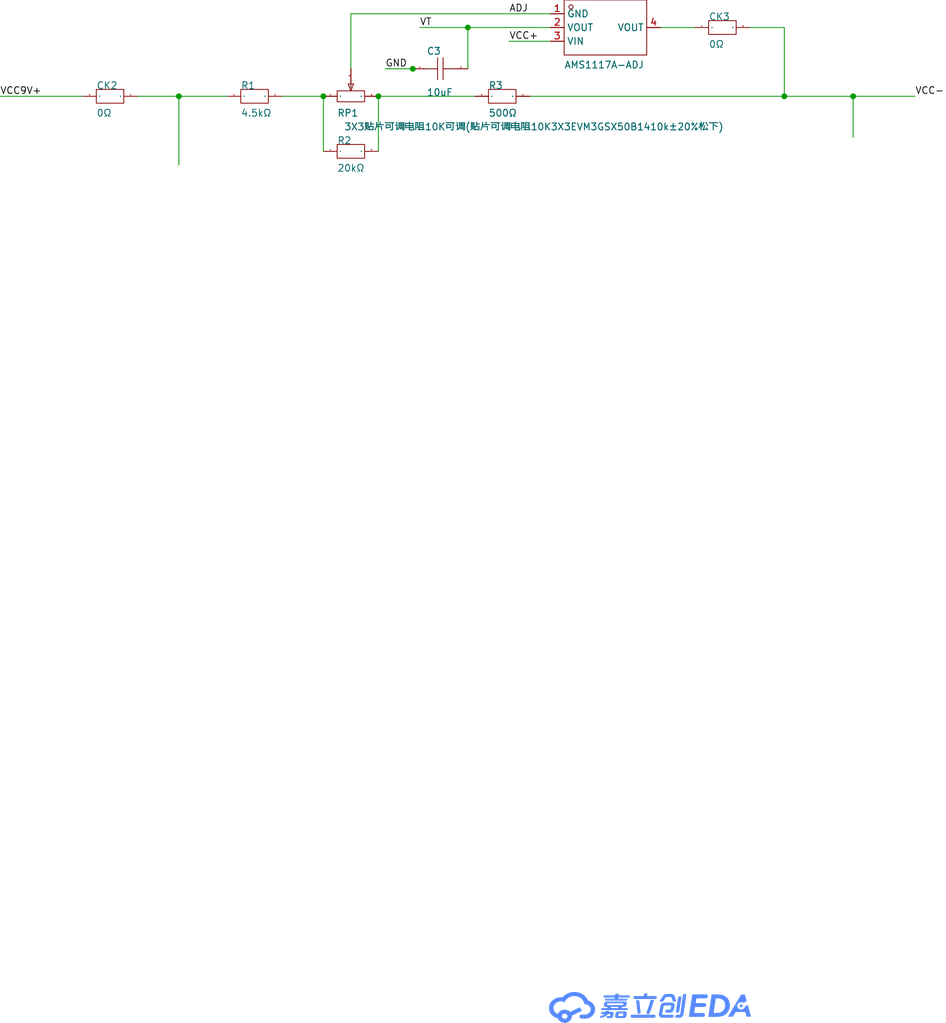
<source format=kicad_sch>
(kicad_sch
	(version 20231120)
	(generator "eeschema")
	(generator_version "8.0")
	(uuid "eb1a9c61-e598-48f0-8420-5e6b9329a602")
	(paper "User" 174.65 188.824)
	(lib_symbols
		(symbol "Signal-blo-easyedapro:0Ω"
			(exclude_from_sim no)
			(in_bom yes)
			(on_board yes)
			(property "Reference" "U"
				(at 0 0 0)
				(effects
					(font
						(size 1.27 1.27)
					)
				)
			)
			(property "Value" ""
				(at 0 0 0)
				(effects
					(font
						(size 1.27 1.27)
					)
				)
			)
			(property "Footprint" "Signal-blo-easyedapro:R0603"
				(at 0 0 0)
				(effects
					(font
						(size 1.27 1.27)
					)
					(hide yes)
				)
			)
			(property "Datasheet" ""
				(at 0 0 0)
				(effects
					(font
						(size 1.27 1.27)
					)
					(hide yes)
				)
			)
			(property "Description" ""
				(at 0 0 0)
				(effects
					(font
						(size 1.27 1.27)
					)
					(hide yes)
				)
			)
			(property "Manufacturer Part" "0Ω"
				(at 0 0 0)
				(effects
					(font
						(size 1.27 1.27)
					)
					(hide yes)
				)
			)
			(property "Supplier Part" "C9900083234"
				(at 0 0 0)
				(effects
					(font
						(size 1.27 1.27)
					)
					(hide yes)
				)
			)
			(property "Supplier" "LCSC"
				(at 0 0 0)
				(effects
					(font
						(size 1.27 1.27)
					)
					(hide yes)
				)
			)
			(property "LCSC Part Name" "0Ω"
				(at 0 0 0)
				(effects
					(font
						(size 1.27 1.27)
					)
					(hide yes)
				)
			)
			(symbol "0Ω_1_0"
				(rectangle
					(start -2.54 -1.27)
					(end 2.54 1.27)
					(stroke
						(width 0)
						(type default)
					)
					(fill
						(type none)
					)
				)
				(pin unspecified line
					(at -5.08 0 0)
					(length 2.54)
					(name "1"
						(effects
							(font
								(size 0.0254 0.0254)
							)
						)
					)
					(number "1"
						(effects
							(font
								(size 0.0254 0.0254)
							)
						)
					)
				)
				(pin unspecified line
					(at 5.08 0 180)
					(length 2.54)
					(name "2"
						(effects
							(font
								(size 0.0254 0.0254)
							)
						)
					)
					(number "2"
						(effects
							(font
								(size 0.0254 0.0254)
							)
						)
					)
				)
			)
		)
		(symbol "Signal-blo-easyedapro:3X3贴片可调电阻10K可调(贴片可调电阻10K3X3EVM3GSX50B1410K±20%松下)"
			(exclude_from_sim no)
			(in_bom yes)
			(on_board yes)
			(property "Reference" "RP"
				(at 0 0 0)
				(effects
					(font
						(size 1.27 1.27)
					)
				)
			)
			(property "Value" ""
				(at 0 0 0)
				(effects
					(font
						(size 1.27 1.27)
					)
				)
			)
			(property "Footprint" "Signal-blo-easyedapro:RES-ADJ-SMD_3P-L3.0-W3.8-P1.75-BR"
				(at 0 0 0)
				(effects
					(font
						(size 1.27 1.27)
					)
					(hide yes)
				)
			)
			(property "Datasheet" ""
				(at 0 0 0)
				(effects
					(font
						(size 1.27 1.27)
					)
					(hide yes)
				)
			)
			(property "Description" ""
				(at 0 0 0)
				(effects
					(font
						(size 1.27 1.27)
					)
					(hide yes)
				)
			)
			(property "Manufacturer Part" "3X3贴片可调电阻10K可调(贴片可调电阻10K3X3EVM3GSX50B1410k±20%松下)"
				(at 0 0 0)
				(effects
					(font
						(size 1.27 1.27)
					)
					(hide yes)
				)
			)
			(property "Supplier Part" "C9900002171"
				(at 0 0 0)
				(effects
					(font
						(size 1.27 1.27)
					)
					(hide yes)
				)
			)
			(property "Supplier" "LCSC"
				(at 0 0 0)
				(effects
					(font
						(size 1.27 1.27)
					)
					(hide yes)
				)
			)
			(property "LCSC Part Name" "3X3贴片可调电阻10K可调(贴片可调电阻10K3X3EVM3GSX50B1410k±20%松下)"
				(at 0 0 0)
				(effects
					(font
						(size 1.27 1.27)
					)
					(hide yes)
				)
			)
			(symbol "3X3贴片可调电阻10K可调(贴片可调电阻10K3X3EVM3GSX50B1410K±20%松下)_1_0"
				(polyline
					(pts
						(xy 0 -1.016) (xy 0 0.254)
					)
					(stroke
						(width 0)
						(type default)
					)
					(fill
						(type none)
					)
				)
				(polyline
					(pts
						(xy 0 -1.524) (xy -0.508 -0.254) (xy -0.508 -0.254) (xy 0.508 -0.254) (xy 0.508 -0.254) (xy 0 -1.524)
					)
					(stroke
						(width 0)
						(type default)
					)
					(fill
						(type none)
					)
				)
				(polyline
					(pts
						(xy 2.54 -1.524) (xy -2.54 -1.524) (xy -2.54 -1.524) (xy -2.54 -3.556) (xy -2.54 -3.556) (xy 2.54 -3.556)
						(xy 2.54 -3.556) (xy 2.54 -1.524)
					)
					(stroke
						(width 0)
						(type default)
					)
					(fill
						(type none)
					)
				)
				(pin input line
					(at -5.08 -2.54 0)
					(length 2.54)
					(name "1"
						(effects
							(font
								(size 0.0254 0.0254)
							)
						)
					)
					(number "1"
						(effects
							(font
								(size 0.0254 0.0254)
							)
						)
					)
				)
				(pin input line
					(at 0 2.54 270)
					(length 2.54)
					(name "2"
						(effects
							(font
								(size 0.0254 0.0254)
							)
						)
					)
					(number "2"
						(effects
							(font
								(size 0.0254 0.0254)
							)
						)
					)
				)
				(pin input line
					(at 5.08 -2.54 180)
					(length 2.54)
					(name "3"
						(effects
							(font
								(size 0.0254 0.0254)
							)
						)
					)
					(number "3"
						(effects
							(font
								(size 0.0254 0.0254)
							)
						)
					)
				)
			)
		)
		(symbol "Signal-blo-easyedapro:AMS1117A-ADJ"
			(exclude_from_sim no)
			(in_bom yes)
			(on_board yes)
			(property "Reference" "U"
				(at 0 0 0)
				(effects
					(font
						(size 1.27 1.27)
					)
				)
			)
			(property "Value" ""
				(at 0 0 0)
				(effects
					(font
						(size 1.27 1.27)
					)
				)
			)
			(property "Footprint" "Signal-blo-easyedapro:SOT-223_L6.3-W3.5-P2.30-LS7.0-BR"
				(at 0 0 0)
				(effects
					(font
						(size 1.27 1.27)
					)
					(hide yes)
				)
			)
			(property "Datasheet" "https://atta.szlcsc.com/upload/public/pdf/source/20220408/BD3226BAC8A4B812F5CB2AD559ECEC03.pdf"
				(at 0 0 0)
				(effects
					(font
						(size 1.27 1.27)
					)
					(hide yes)
				)
			)
			(property "Description" ""
				(at 0 0 0)
				(effects
					(font
						(size 1.27 1.27)
					)
					(hide yes)
				)
			)
			(property "Manufacturer Part" "AMS1117A-ADJ"
				(at 0 0 0)
				(effects
					(font
						(size 1.27 1.27)
					)
					(hide yes)
				)
			)
			(property "Manufacturer" "HX(恒佳兴)"
				(at 0 0 0)
				(effects
					(font
						(size 1.27 1.27)
					)
					(hide yes)
				)
			)
			(property "Supplier Part" "C2984864"
				(at 0 0 0)
				(effects
					(font
						(size 1.27 1.27)
					)
					(hide yes)
				)
			)
			(property "Supplier" "LCSC"
				(at 0 0 0)
				(effects
					(font
						(size 1.27 1.27)
					)
					(hide yes)
				)
			)
			(property "LCSC Part Name" "AMS1117A-ADJ"
				(at 0 0 0)
				(effects
					(font
						(size 1.27 1.27)
					)
					(hide yes)
				)
			)
			(symbol "AMS1117A-ADJ_1_0"
				(rectangle
					(start -7.62 -5.08)
					(end 7.62 5.08)
					(stroke
						(width 0)
						(type default)
					)
					(fill
						(type none)
					)
				)
				(circle
					(center -6.35 3.81)
					(radius 0.381)
					(stroke
						(width 0)
						(type default)
					)
					(fill
						(type none)
					)
				)
				(pin unspecified line
					(at -10.16 2.54 0)
					(length 2.54)
					(name "GND"
						(effects
							(font
								(size 1.27 1.27)
							)
						)
					)
					(number "1"
						(effects
							(font
								(size 1.27 1.27)
							)
						)
					)
				)
				(pin unspecified line
					(at -10.16 0 0)
					(length 2.54)
					(name "VOUT"
						(effects
							(font
								(size 1.27 1.27)
							)
						)
					)
					(number "2"
						(effects
							(font
								(size 1.27 1.27)
							)
						)
					)
				)
				(pin unspecified line
					(at -10.16 -2.54 0)
					(length 2.54)
					(name "VIN"
						(effects
							(font
								(size 1.27 1.27)
							)
						)
					)
					(number "3"
						(effects
							(font
								(size 1.27 1.27)
							)
						)
					)
				)
				(pin unspecified line
					(at 10.16 0 180)
					(length 2.54)
					(name "VOUT"
						(effects
							(font
								(size 1.27 1.27)
							)
						)
					)
					(number "4"
						(effects
							(font
								(size 1.27 1.27)
							)
						)
					)
				)
			)
		)
		(symbol "Signal-blo-easyedapro:AR05ATB0500"
			(exclude_from_sim no)
			(in_bom yes)
			(on_board yes)
			(property "Reference" "R"
				(at 0 0 0)
				(effects
					(font
						(size 1.27 1.27)
					)
				)
			)
			(property "Value" "50Ω"
				(at 0 0 0)
				(effects
					(font
						(size 1.27 1.27)
					)
					(hide yes)
				)
			)
			(property "Footprint" "Signal-blo-easyedapro:R0805"
				(at 0 0 0)
				(effects
					(font
						(size 1.27 1.27)
					)
					(hide yes)
				)
			)
			(property "Datasheet" "https://atta.szlcsc.com/upload/public/pdf/source/20191129/C465721_10D49275DB41E427863CE9C8D788770A.pdf"
				(at 0 0 0)
				(effects
					(font
						(size 1.27 1.27)
					)
					(hide yes)
				)
			)
			(property "Description" "阻值:50Ω;精度:±0.05%;温度系数:±10ppm/°C;"
				(at 0 0 0)
				(effects
					(font
						(size 1.27 1.27)
					)
					(hide yes)
				)
			)
			(property "Manufacturer Part" "AR05ATB0500"
				(at 0 0 0)
				(effects
					(font
						(size 1.27 1.27)
					)
					(hide yes)
				)
			)
			(property "Manufacturer" "Viking(光颉)"
				(at 0 0 0)
				(effects
					(font
						(size 1.27 1.27)
					)
					(hide yes)
				)
			)
			(property "Supplier Part" "C3015189"
				(at 0 0 0)
				(effects
					(font
						(size 1.27 1.27)
					)
					(hide yes)
				)
			)
			(property "Supplier" "LCSC"
				(at 0 0 0)
				(effects
					(font
						(size 1.27 1.27)
					)
					(hide yes)
				)
			)
			(property "LCSC Part Name" "50Ω ±0.05%"
				(at 0 0 0)
				(effects
					(font
						(size 1.27 1.27)
					)
					(hide yes)
				)
			)
			(symbol "AR05ATB0500_1_0"
				(rectangle
					(start -2.54 1.27)
					(end 2.54 -1.27)
					(stroke
						(width 0)
						(type default)
					)
					(fill
						(type none)
					)
				)
				(pin unspecified line
					(at -5.08 0 0)
					(length 2.54)
					(name "1"
						(effects
							(font
								(size 0.0254 0.0254)
							)
						)
					)
					(number "1"
						(effects
							(font
								(size 0.0254 0.0254)
							)
						)
					)
				)
				(pin unspecified line
					(at 5.08 0 180)
					(length 2.54)
					(name "2"
						(effects
							(font
								(size 0.0254 0.0254)
							)
						)
					)
					(number "2"
						(effects
							(font
								(size 0.0254 0.0254)
							)
						)
					)
				)
			)
		)
		(symbol "Signal-blo-easyedapro:Drawing-Symbol_A4"
			(exclude_from_sim no)
			(in_bom yes)
			(on_board yes)
			(property "Reference" ""
				(at 0 0 0)
				(effects
					(font
						(size 1.27 1.27)
					)
				)
			)
			(property "Value" ""
				(at 0 0 0)
				(effects
					(font
						(size 1.27 1.27)
					)
				)
			)
			(property "Footprint" "Signal-blo-easyedapro:"
				(at 0 0 0)
				(effects
					(font
						(size 1.27 1.27)
					)
					(hide yes)
				)
			)
			(property "Datasheet" ""
				(at 0 0 0)
				(effects
					(font
						(size 1.27 1.27)
					)
					(hide yes)
				)
			)
			(property "Description" ""
				(at 0 0 0)
				(effects
					(font
						(size 1.27 1.27)
					)
					(hide yes)
				)
			)
			(symbol "Drawing-Symbol_A4_0_0"
				(polyline
					(pts
						(xy 146.9783 10.146) (xy 146.976 10.1327) (xy 146.973 10.1197) (xy 146.9695 10.1069) (xy 146.9653 10.0944)
						(xy 146.9605 10.082) (xy 146.9552 10.07) (xy 146.9493 10.0583) (xy 146.9428 10.0468) (xy 146.9358 10.0356)
						(xy 146.9283 10.0248) (xy 146.9203 10.0143) (xy 146.9118 10.0042) (xy 146.9029 9.9944) (xy 146.8935 9.985)
						(xy 146.8836 9.976) (xy 146.8733 9.9673) (xy 146.8627 9.9591) (xy 146.8516 9.9514) (xy 146.8402 9.9441)
						(xy 146.8284 9.9372) (xy 146.8163 9.9308) (xy 146.8038 9.9249) (xy 146.7911 9.9195) (xy 146.778 9.9146)
						(xy 146.7647 9.9102) (xy 146.7511 9.9064) (xy 146.7373 9.9031) (xy 146.7233 9.9004) (xy 146.709 9.8983)
						(xy 146.6945 9.8967) (xy 146.6799 9.8958) (xy 146.6651 9.8955) (xy 146.6547 9.8955) (xy 146.6398 9.8959)
						(xy 146.625 9.897) (xy 146.6102 9.899) (xy 146.5956 9.9016) (xy 146.5811 9.905) (xy 146.5668 9.9091)
						(xy 146.5528 9.9138) (xy 146.5391 9.9192) (xy 146.5256 9.9252) (xy 146.5125 9.9318) (xy 146.4999 9.939)
						(xy 146.4876 9.9467) (xy 146.4758 9.955) (xy 146.4646 9.9638) (xy 146.4539 9.973) (xy 146.4438 9.9828)
						(xy 146.434 9.9933) (xy 146.4249 10.0043) (xy 146.4166 10.0158) (xy 146.4089 10.0275) (xy 146.402 10.0397)
						(xy 146.3958 10.0521) (xy 146.3904 10.0648) (xy 146.3856 10.0777) (xy 146.3816 10.0907) (xy 146.3782 10.1039)
						(xy 146.3756 10.1173) (xy 146.3736 10.1306) (xy 146.3724 10.144) (xy 146.3718 10.1574) (xy 146.372 10.1707)
						(xy 146.3728 10.1839) (xy 146.7925 12.8714) (xy 147.4021 12.8714) (xy 146.9783 10.146)
					)
					(stroke
						(width -0.0001)
						(type solid)
					)
					(fill
						(type color)
						(color 85 136 255 1)
					)
				)
				(polyline
					(pts
						(xy 142.3185 12.2147) (xy 142.3164 12.209) (xy 142.2175 11.9012) (xy 142.1192 11.5812) (xy 141.9194 10.9313)
						(xy 141.8159 10.6145) (xy 141.7083 10.3119) (xy 141.5958 10.0302) (xy 141.5373 9.8992) (xy 141.4771 9.7759)
						(xy 141.4663 9.7575) (xy 141.4542 9.7399) (xy 141.4409 9.7233) (xy 141.4266 9.7077) (xy 141.4112 9.693)
						(xy 141.3948 9.6794) (xy 141.3775 9.667) (xy 141.3594 9.6556) (xy 141.3405 9.6454) (xy 141.321 9.6365)
						(xy 141.3008 9.6288) (xy 141.2801 9.6224) (xy 141.2589 9.6174) (xy 141.2373 9.6137) (xy 141.2154 9.6115)
						(xy 141.1932 9.6108) (xy 141.1838 9.6109) (xy 141.1744 9.6115) (xy 141.165 9.6123) (xy 141.1556 9.6134)
						(xy 141.1462 9.6148) (xy 141.1368 9.6164) (xy 141.1274 9.6182) (xy 141.118 9.6203) (xy 141.0867 9.6279)
						(xy 141.0732 9.6328) (xy 141.0602 9.6382) (xy 141.0476 9.6442) (xy 141.0355 9.6508) (xy 141.0239 9.6578)
						(xy 141.0127 9.6653) (xy 141.0021 9.6733) (xy 140.992 9.6817) (xy 140.9823 9.6905) (xy 140.9732 9.6998)
						(xy 140.9647 9.7094) (xy 140.9566 9.7194) (xy 140.9492 9.7297) (xy 140.9422 9.7404) (xy 140.9359 9.7514)
						(xy 140.9301 9.7626) (xy 140.9242 9.7755) (xy 140.9192 9.7886) (xy 140.9148 9.8019) (xy 140.9113 9.8153)
						(xy 140.9086 9.8289) (xy 140.9066 9.8425) (xy 140.9055 9.8561) (xy 140.9051 9.8698) (xy 140.9055 9.8835)
						(xy 140.9066 9.8972) (xy 140.9086 9.9108) (xy 140.9113 9.9243) (xy 140.9148 9.9378) (xy 140.9192 9.951)
						(xy 140.9242 9.9642) (xy 140.9301 9.9771) (xy 140.9842 10.088) (xy 141.0368 10.2068) (xy 141.1382 10.4644)
						(xy 141.2355 10.7434) (xy 141.3297 11.0373) (xy 141.5129 11.6433) (xy 141.604 11.9423) (xy 141.6963 12.2299)
						(xy 142.3226 12.2299) (xy 142.3185 12.2147)
					)
					(stroke
						(width -0.0001)
						(type solid)
					)
					(fill
						(type color)
						(color 85 136 255 1)
					)
				)
				(polyline
					(pts
						(xy 139.8445 9.9733) (xy 139.8455 9.9609) (xy 139.8459 9.9485) (xy 139.8456 9.9362) (xy 139.8447 9.9241)
						(xy 139.8432 9.912) (xy 139.841 9.9001) (xy 139.8383 9.8883) (xy 139.835 9.8766) (xy 139.8311 9.8652)
						(xy 139.8266 9.8539) (xy 139.8216 9.8428) (xy 139.816 9.8319) (xy 139.8099 9.8213) (xy 139.8033 9.8109)
						(xy 139.7962 9.8007) (xy 139.7886 9.7908) (xy 139.7806 9.7812) (xy 139.7721 9.7719) (xy 139.7631 9.763)
						(xy 139.7536 9.7543) (xy 139.7438 9.746) (xy 139.7335 9.738) (xy 139.7229 9.7304) (xy 139.7118 9.7232)
						(xy 139.7004 9.7164) (xy 139.6885 9.71) (xy 139.6764 9.704) (xy 139.6639 9.6985) (xy 139.651 9.6934)
						(xy 139.6379 9.6888) (xy 139.6244 9.6846) (xy 139.6107 9.681) (xy 139.6044 9.6791) (xy 139.5966 9.6778)
						(xy 139.5888 9.6766) (xy 139.5809 9.6756) (xy 139.5731 9.6748) (xy 139.5653 9.6742) (xy 139.5574 9.6738)
						(xy 139.5496 9.6735) (xy 139.5418 9.6734) (xy 139.5287 9.6736) (xy 139.5159 9.6744) (xy 139.5032 9.6756)
						(xy 139.4907 9.6772) (xy 139.4784 9.6794) (xy 139.4664 9.6819) (xy 139.4546 9.6849) (xy 139.443 9.6884)
						(xy 139.4316 9.6922) (xy 139.4206 9.6965) (xy 139.4098 9.7012) (xy 139.3993 9.7063) (xy 139.3891 9.7118)
						(xy 139.3792 9.7177) (xy 139.3696 9.724) (xy 139.3604 9.7306) (xy 139.3515 9.7376) (xy 139.343 9.7449)
						(xy 139.3349 9.7526) (xy 139.3271 9.7606) (xy 139.3197 9.769) (xy 139.3128 9.7776) (xy 139.3063 9.7866)
						(xy 139.3002 9.7959) (xy 139.2945 9.8055) (xy 139.2893 9.8154) (xy 139.2846 9.8255) (xy 139.2803 9.836)
						(xy 139.2765 9.8467) (xy 139.2733 9.8576) (xy 139.2705 9.8688) (xy 139.2683 9.8803) (xy 139.2683 9.8898)
						(xy 139.0011 12.1844) (xy 139.0011 12.1863) (xy 139.5919 12.1863) (xy 139.8445 9.9733)
					)
					(stroke
						(width -0.0001)
						(type solid)
					)
					(fill
						(type color)
						(color 85 136 255 1)
					)
				)
				(polyline
					(pts
						(xy 142.3562 9.5079) (xy 142.3709 9.5068) (xy 142.3853 9.505) (xy 142.3996 9.5024) (xy 142.4136 9.4992)
						(xy 142.4275 9.4953) (xy 142.4411 9.4907) (xy 142.4544 9.4855) (xy 142.4675 9.4797) (xy 142.4803 9.4733)
						(xy 142.4928 9.4662) (xy 142.5049 9.4586) (xy 142.5168 9.4505) (xy 142.5283 9.4418) (xy 142.5394 9.4326)
						(xy 142.5502 9.4229) (xy 142.5597 9.4123) (xy 142.5685 9.4014) (xy 142.5766 9.39) (xy 142.5841 9.3783)
						(xy 142.5909 9.3662) (xy 142.597 9.3538) (xy 142.6024 9.3412) (xy 142.6071 9.3282) (xy 142.611 9.315)
						(xy 142.6142 9.3016) (xy 142.6166 9.288) (xy 142.6183 9.2742) (xy 142.6192 9.2603) (xy 142.6193 9.2462)
						(xy 142.6185 9.2321) (xy 142.617 9.2179) (xy 142.6149 9.2046) (xy 142.6126 9.1915) (xy 142.6097 9.1787)
						(xy 142.6061 9.166) (xy 142.6019 9.1535) (xy 142.5971 9.1413) (xy 142.5917 9.1293) (xy 142.5858 9.1176)
						(xy 142.5793 9.1062) (xy 142.5722 9.0951) (xy 142.5647 9.0843) (xy 142.5567 9.0738) (xy 142.5482 9.0636)
						(xy 142.5392 9.0538) (xy 142.5298 9.0444) (xy 142.52 9.0353) (xy 142.5097 9.0267) (xy 142.4991 9.0184)
						(xy 142.4882 9.0106) (xy 142.4768 9.0032) (xy 142.4652 8.9963) (xy 142.4532 8.9899) (xy 142.4409 8.9839)
						(xy 142.4284 8.9784) (xy 142.4156 8.9735) (xy 142.4025 8.9691) (xy 142.3892 8.9652) (xy 142.3758 8.9618)
						(xy 142.3621 8.9591) (xy 142.3483 8.9569) (xy 142.3343 8.9554) (xy 142.3202 8.9544) (xy 142.3059 8.9541)
						(xy 138.1576 8.9541) (xy 138.1502 8.9543) (xy 138.143 8.9548) (xy 138.1358 8.9556) (xy 138.1288 8.9567)
						(xy 138.122 8.9582) (xy 138.1152 8.96) (xy 138.1087 8.962) (xy 138.1023 8.9643) (xy 138.0961 8.9669)
						(xy 138.09 8.9698) (xy 138.0842 8.9729) (xy 138.0785 8.9763) (xy 138.073 8.9799) (xy 138.0678 8.9837)
						(xy 138.0627 8.9878) (xy 138.0579 8.992) (xy 138.0533 8.9965) (xy 138.049 9.0012) (xy 138.0449 9.006)
						(xy 138.0411 9.011) (xy 138.0375 9.0162) (xy 138.0342 9.0215) (xy 138.0312 9.0269) (xy 138.0284 9.0326)
						(xy 138.026 9.0383) (xy 138.0238 9.0441) (xy 138.022 9.0501) (xy 138.0205 9.0562) (xy 138.0193 9.0623)
						(xy 138.0184 9.0686) (xy 138.0179 9.0749) (xy 138.0177 9.0812) (xy 138.0177 9.0831) (xy 138.0156 9.0831)
						(xy 138.0595 9.5083) (xy 142.3414 9.5083) (xy 142.3562 9.5079)
					)
					(stroke
						(width -0.0001)
						(type solid)
					)
					(fill
						(type color)
						(color 85 136 255 1)
					)
				)
				(polyline
					(pts
						(xy 159.4399 12.0041) (xy 158.8178 11.6928) (xy 158.7955 11.7067) (xy 158.7727 11.7197) (xy 158.7492 11.732)
						(xy 158.7252 11.7435) (xy 158.7007 11.7542) (xy 158.6757 11.764) (xy 158.6501 11.773) (xy 158.6241 11.7811)
						(xy 158.5977 11.7883) (xy 158.5708 11.7946) (xy 158.5436 11.7999) (xy 158.5159 11.8044) (xy 158.488 11.8078)
						(xy 158.4597 11.8103) (xy 158.4311 11.8119) (xy 158.4023 11.8124) (xy 158.3649 11.8115) (xy 158.3281 11.809)
						(xy 158.2917 11.8048) (xy 158.256 11.7989) (xy 158.2209 11.7916) (xy 158.1864 11.7826) (xy 158.1527 11.7723)
						(xy 158.1197 11.7604) (xy 158.0875 11.7472) (xy 158.0562 11.7326) (xy 158.0257 11.7167) (xy 157.9963 11.6995)
						(xy 157.9678 11.681) (xy 157.9403 11.6614) (xy 157.914 11.6407) (xy 157.8887 11.6188) (xy 157.8647 11.5958)
						(xy 157.8418 11.5719) (xy 157.8202 11.5469) (xy 157.8 11.521) (xy 157.781 11.4942) (xy 157.7635 11.4666)
						(xy 157.7475 11.4381) (xy 157.7329 11.4088) (xy 157.7199 11.3788) (xy 157.7085 11.3482) (xy 157.6987 11.3168)
						(xy 157.6905 11.2849) (xy 157.6842 11.2524) (xy 157.6795 11.2194) (xy 157.6767 11.1858) (xy 157.6758 11.1519)
						(xy 157.6767 11.1179) (xy 157.6795 11.0844) (xy 157.6842 11.0514) (xy 157.6905 11.0189) (xy 157.6987 10.987)
						(xy 157.7085 10.9556) (xy 157.7199 10.9249) (xy 157.7329 10.895) (xy 157.7475 10.8657) (xy 157.7635 10.8372)
						(xy 157.781 10.8096) (xy 157.8 10.7828) (xy 157.8202 10.7569) (xy 157.8418 10.7319) (xy 157.8647 10.7079)
						(xy 157.8887 10.685) (xy 157.914 10.6631) (xy 157.9403 10.6424) (xy 157.9678 10.6227) (xy 157.9963 10.6043)
						(xy 158.0257 10.5871) (xy 158.0562 10.5712) (xy 158.0875 10.5566) (xy 158.1197 10.5434) (xy 158.1527 10.5315)
						(xy 158.1864 10.5211) (xy 158.2209 10.5122) (xy 158.256 10.5048) (xy 158.2917 10.499) (xy 158.3281 10.4948)
						(xy 158.3649 10.4923) (xy 158.4023 10.4914) (xy 158.4371 10.4922) (xy 158.4715 10.4944) (xy 158.5055 10.4981)
						(xy 158.5389 10.5031) (xy 158.5718 10.5096) (xy 158.6042 10.5174) (xy 158.6359 10.5265) (xy 158.6669 10.5369)
						(xy 158.6973 10.5485) (xy 158.727 10.5613) (xy 158.7559 10.5753) (xy 158.7841 10.5904) (xy 158.8114 10.6066)
						(xy 158.8378 10.6239) (xy 158.8634 10.6422) (xy 158.888 10.6615) (xy 158.9116 10.6818) (xy 158.9342 10.703)
						(xy 158.9558 10.7251) (xy 158.9763 10.748) (xy 158.9957 10.7718) (xy 159.0139 10.7964) (xy 159.0309 10.8217)
						(xy 159.0467 10.8477) (xy 159.0613 10.8744) (xy 159.0745 10.9018) (xy 159.0864 10.9298) (xy 159.097 10.9584)
						(xy 159.1061 10.9875) (xy 159.1138 11.0172) (xy 159.12 11.0473) (xy 159.1247 11.0779) (xy 159.6257 11.3284)
						(xy 160.2249 9.1534) (xy 159.4065 9.1534) (xy 159.1685 10.0207) (xy 157.3877 10.0207) (xy 156.8783 9.1534)
						(xy 155.9701 9.1534) (xy 158.394 13.232) (xy 159.1038 13.232) (xy 159.4399 12.0041)
					)
					(stroke
						(width -0.0001)
						(type solid)
					)
					(fill
						(type color)
						(color 85 136 255 1)
					)
				)
				(polyline
					(pts
						(xy 158.4338 11.4201) (xy 158.4481 11.419) (xy 158.4622 11.4172) (xy 158.476 11.4148) (xy 158.4896 11.4118)
						(xy 158.5029 11.4082) (xy 158.516 11.4041) (xy 158.5287 11.3994) (xy 158.5412 11.3941) (xy 158.5532 11.3883)
						(xy 158.565 11.3821) (xy 158.5763 11.3753) (xy 158.5873 11.368) (xy 158.5979 11.3603) (xy 158.608 11.3522)
						(xy 158.6177 11.3436) (xy 158.6269 11.3346) (xy 158.6357 11.3252) (xy 158.6439 11.3155) (xy 158.6516 11.3053)
						(xy 158.6589 11.2949) (xy 158.6655 11.2841) (xy 158.6716 11.273) (xy 158.6771 11.2616) (xy 158.682 11.2499)
						(xy 158.6863 11.2379) (xy 158.69 11.2258) (xy 158.693 11.2133) (xy 158.6953 11.2007) (xy 158.6969 11.1878)
						(xy 158.6979 11.1748) (xy 158.6981 11.1616) (xy 158.6976 11.1485) (xy 158.6963 11.1355) (xy 158.6944 11.1227)
						(xy 158.6918 11.1101) (xy 158.6885 11.0977) (xy 158.6845 11.0856) (xy 158.68 11.0737) (xy 158.6748 11.0621)
						(xy 158.669 11.0508) (xy 158.6627 11.0398) (xy 158.6557 11.0292) (xy 158.6483 11.0189) (xy 158.6403 11.0089)
						(xy 158.6318 10.9993) (xy 158.6229 10.9901) (xy 158.6134 10.9813) (xy 158.6035 10.9729) (xy 158.5932 10.9649)
						(xy 158.5825 10.9574) (xy 158.5714 10.9504) (xy 158.5598 10.9438) (xy 158.548 10.9378) (xy 158.5358 10.9322)
						(xy 158.5232 10.9272) (xy 158.5104 10.9228) (xy 158.4972 10.9189) (xy 158.4838 10.9156) (xy 158.4701 10.9128)
						(xy 158.4562 10.9107) (xy 158.4421 10.9092) (xy 158.4278 10.9084) (xy 158.4133 10.9082) (xy 158.3988 10.9086)
						(xy 158.3845 10.9098) (xy 158.3704 10.9115) (xy 158.3565 10.9139) (xy 158.3429 10.9169) (xy 158.3296 10.9205)
						(xy 158.3166 10.9247) (xy 158.3038 10.9294) (xy 158.2914 10.9346) (xy 158.2793 10.9404) (xy 158.2676 10.9467)
						(xy 158.2562 10.9534) (xy 158.2453 10.9607) (xy 158.2347 10.9684) (xy 158.2246 10.9766) (xy 158.2149 10.9851)
						(xy 158.2057 10.9941) (xy 158.1969 11.0035) (xy 158.1887 11.0133) (xy 158.1809 11.0234) (xy 158.1737 11.0338)
						(xy 158.1671 11.0446) (xy 158.161 11.0557) (xy 158.1554 11.0672) (xy 158.1505 11.0788) (xy 158.1462 11.0908)
						(xy 158.1426 11.103) (xy 158.1396 11.1154) (xy 158.1373 11.128) (xy 158.1356 11.1409) (xy 158.1347 11.1539)
						(xy 158.1345 11.1671) (xy 158.135 11.1803) (xy 158.1362 11.1933) (xy 158.1382 11.2061) (xy 158.1408 11.2187)
						(xy 158.1441 11.231) (xy 158.148 11.2432) (xy 158.1526 11.255) (xy 158.1578 11.2666) (xy 158.1636 11.2779)
						(xy 158.1699 11.2889) (xy 158.1768 11.2995) (xy 158.1843 11.3099) (xy 158.1922 11.3198) (xy 158.2007 11.3294)
						(xy 158.2097 11.3386) (xy 158.2191 11.3474) (xy 158.229 11.3558) (xy 158.2393 11.3638) (xy 158.2501 11.3713)
						(xy 158.2612 11.3783) (xy 158.2727 11.3849) (xy 158.2846 11.3909) (xy 158.2968 11.3965) (xy 158.3093 11.4015)
						(xy 158.3222 11.4059) (xy 158.3353 11.4099) (xy 158.3488 11.4132) (xy 158.3624 11.4159) (xy 158.3763 11.418)
						(xy 158.3905 11.4195) (xy 158.4048 11.4204) (xy 158.4193 11.4206) (xy 158.4338 11.4201)
					)
					(stroke
						(width -0.0001)
						(type solid)
					)
					(fill
						(type color)
						(color 85 136 255 1)
					)
				)
				(polyline
					(pts
						(xy 147.7653 9.6354) (xy 147.7561 9.5831) (xy 147.7432 9.532) (xy 147.7269 9.4824) (xy 147.7072 9.4344)
						(xy 147.6842 9.388) (xy 147.6581 9.3433) (xy 147.6288 9.3005) (xy 147.5965 9.2597) (xy 147.5613 9.2208)
						(xy 147.5233 9.1842) (xy 147.4825 9.1497) (xy 147.4392 9.1177) (xy 147.3933 9.088) (xy 147.3449 9.0609)
						(xy 147.2942 9.0365) (xy 147.2413 9.0148) (xy 147.2236 9.0073) (xy 147.2058 9.0002) (xy 147.1878 8.9937)
						(xy 147.1696 8.9877) (xy 147.1512 8.9822) (xy 147.1326 8.9773) (xy 147.1139 8.9728) (xy 147.0949 8.9688)
						(xy 147.0757 8.9653) (xy 147.0563 8.9623) (xy 147.0366 8.9598) (xy 147.0167 8.9577) (xy 146.9966 8.9561)
						(xy 146.9761 8.955) (xy 146.9554 8.9543) (xy 146.9344 8.9541) (xy 146.519 8.9541) (xy 146.5041 8.9545)
						(xy 146.4893 8.9557) (xy 146.4745 8.9576) (xy 146.4599 8.9603) (xy 146.4454 8.9636) (xy 146.4311 8.9677)
						(xy 146.4171 8.9724) (xy 146.4034 8.9778) (xy 146.3899 8.9838) (xy 146.3768 8.9904) (xy 146.3642 8.9976)
						(xy 146.3519 9.0053) (xy 146.3401 9.0136) (xy 146.3289 9.0224) (xy 146.3182 9.0317) (xy 146.3081 9.0414)
						(xy 146.2986 9.0519) (xy 146.2898 9.0628) (xy 146.2817 9.0741) (xy 146.2742 9.0857) (xy 146.2674 9.0976)
						(xy 146.2613 9.1098) (xy 146.2559 9.1223) (xy 146.2512 9.1351) (xy 146.2473 9.1481) (xy 146.2441 9.1614)
						(xy 146.2416 9.1748) (xy 146.24 9.1885) (xy 146.2391 9.2023) (xy 146.239 9.2162) (xy 146.2397 9.2303)
						(xy 146.2413 9.2445) (xy 146.2434 9.254) (xy 146.2457 9.267) (xy 146.2486 9.2799) (xy 146.2523 9.2926)
						(xy 146.2565 9.305) (xy 146.2613 9.3173) (xy 146.2668 9.3292) (xy 146.2728 9.3409) (xy 146.2794 9.3524)
						(xy 146.2865 9.3635) (xy 146.2941 9.3743) (xy 146.3023 9.3848) (xy 146.3109 9.3949) (xy 146.32 9.4047)
						(xy 146.3295 9.4142) (xy 146.3395 9.4232) (xy 146.3499 9.4319) (xy 146.3606 9.4401) (xy 146.3717 9.448)
						(xy 146.3832 9.4553) (xy 146.3951 9.4622) (xy 146.4072 9.4687) (xy 146.4197 9.4747) (xy 146.4324 9.4801)
						(xy 146.4454 9.4851) (xy 146.4586 9.4895) (xy 146.4721 9.4934) (xy 146.4857 9.4967) (xy 146.4996 9.4995)
						(xy 146.5136 9.5016) (xy 146.5278 9.5032) (xy 146.5421 9.5042) (xy 146.5565 9.5045) (xy 146.972 9.5045)
						(xy 146.9813 9.5047) (xy 146.9903 9.5052) (xy 146.9991 9.5061) (xy 147.0077 9.5074) (xy 147.0162 9.509)
						(xy 147.0244 9.511) (xy 147.0325 9.5134) (xy 147.0404 9.5161) (xy 147.0481 9.5192) (xy 147.0557 9.5227)
						(xy 147.0632 9.5266) (xy 147.0706 9.5309) (xy 147.0779 9.5356) (xy 147.0851 9.5406) (xy 147.0923 9.5461)
						(xy 147.0993 9.5519) (xy 147.1066 9.5591) (xy 147.1135 9.5665) (xy 147.1201 9.574) (xy 147.1263 9.5816)
						(xy 147.1321 9.5894) (xy 147.1376 9.5972) (xy 147.1427 9.6052) (xy 147.1474 9.6131) (xy 147.1517 9.6212)
						(xy 147.1556 9.6292) (xy 147.1591 9.6373) (xy 147.1622 9.6453) (xy 147.1649 9.6534) (xy 147.1671 9.6614)
						(xy 147.1689 9.6693) (xy 147.1703 9.6772) (xy 147.686 13.3098) (xy 148.2893 13.3098) (xy 147.7653 9.6354)
					)
					(stroke
						(width -0.0001)
						(type solid)
					)
					(fill
						(type color)
						(color 85 136 255 1)
					)
				)
				(polyline
					(pts
						(xy 141.0303 12.9587) (xy 142.5439 12.9587) (xy 142.5599 12.9584) (xy 142.5756 12.9573) (xy 142.5911 12.9555)
						(xy 142.6063 12.9531) (xy 142.6212 12.9499) (xy 142.6358 12.946) (xy 142.6501 12.9414) (xy 142.664 12.9362)
						(xy 142.6775 12.9302) (xy 142.6906 12.9236) (xy 142.7032 12.9163) (xy 142.7154 12.9083) (xy 142.7271 12.8996)
						(xy 142.7382 12.8902) (xy 142.7489 12.8802) (xy 142.759 12.8695) (xy 142.7684 12.859) (xy 142.7772 12.8481)
						(xy 142.7852 12.8368) (xy 142.7926 12.8252) (xy 142.7992 12.8133) (xy 142.8051 12.801) (xy 142.8103 12.7884)
						(xy 142.8148 12.7756) (xy 142.8185 12.7625) (xy 142.8216 12.7491) (xy 142.8238 12.7355) (xy 142.8253 12.7217)
						(xy 142.8261 12.7076) (xy 142.826 12.6934) (xy 142.8252 12.6791) (xy 142.8237 12.6645) (xy 142.8237 12.6607)
						(xy 142.8214 12.6477) (xy 142.8185 12.6348) (xy 142.8149 12.6222) (xy 142.8107 12.6098) (xy 142.806 12.5977)
						(xy 142.8006 12.5858) (xy 142.7947 12.5742) (xy 142.7883 12.5629) (xy 142.7813 12.552) (xy 142.7738 12.5413)
						(xy 142.7657 12.531) (xy 142.7573 12.521) (xy 142.7483 12.5113) (xy 142.7389 12.5021) (xy 142.729 12.4932)
						(xy 142.7188 12.4847) (xy 142.7081 12.4766) (xy 142.697 12.469) (xy 142.6856 12.4618) (xy 142.6738 12.4551)
						(xy 142.6617 12.4488) (xy 142.6493 12.443) (xy 142.6365 12.4376) (xy 142.6235 12.4328) (xy 142.6101 12.4285)
						(xy 142.5965 12.4248) (xy 142.5827 12.4215) (xy 142.5687 12.4189) (xy 142.5544 12.4168) (xy 142.54 12.4152)
						(xy 142.5253 12.4143) (xy 142.5105 12.414) (xy 138.6733 12.414) (xy 138.6733 12.4159) (xy 138.6661 12.4163)
						(xy 138.659 12.4169) (xy 138.652 12.4179) (xy 138.6452 12.4191) (xy 138.6385 12.4207) (xy 138.6319 12.4225)
						(xy 138.6254 12.4246) (xy 138.6192 12.427) (xy 138.613 12.4296) (xy 138.6071 12.4325) (xy 138.6013 12.4356)
						(xy 138.5957 12.439) (xy 138.5903 12.4426) (xy 138.5852 12.4464) (xy 138.5802 12.4504) (xy 138.5754 12.4546)
						(xy 138.5709 12.459) (xy 138.5666 12.4636) (xy 138.5625 12.4684) (xy 138.5587 12.4733) (xy 138.5552 12.4784)
						(xy 138.5519 12.4837) (xy 138.5489 12.4891) (xy 138.5462 12.4946) (xy 138.5437 12.5003) (xy 138.5416 12.5061)
						(xy 138.5398 12.512) (xy 138.5382 12.5181) (xy 138.5371 12.5242) (xy 138.5362 12.5304) (xy 138.5357 12.5367)
						(xy 138.5355 12.5431) (xy 138.5355 12.5499) (xy 138.5356 12.5531) (xy 138.5358 12.5561) (xy 138.536 12.5591)
						(xy 138.5362 12.5606) (xy 138.5364 12.562) (xy 138.5366 12.5635) (xy 138.5369 12.5649) (xy 138.5372 12.5663)
						(xy 138.5376 12.5677) (xy 138.5772 12.9568) (xy 140.4228 12.9587) (xy 140.4917 13.325) (xy 140.4926 13.331)
						(xy 140.4938 13.3369) (xy 140.4953 13.3427) (xy 140.4971 13.3484) (xy 140.4991 13.3539) (xy 140.5014 13.3593)
						(xy 140.5039 13.3646) (xy 140.5067 13.3697) (xy 140.5097 13.3747) (xy 140.513 13.3796) (xy 140.5165 13.3843)
						(xy 140.5201 13.3888) (xy 140.524 13.3932) (xy 140.5281 13.3974) (xy 140.5324 13.4014) (xy 140.5368 13.4052)
						(xy 140.5415 13.4089) (xy 140.5463 13.4123) (xy 140.5513 13.4155) (xy 140.5564 13.4186) (xy 140.5617 13.4214)
						(xy 140.5671 13.424) (xy 140.5726 13.4264) (xy 140.5783 13.4286) (xy 140.5841 13.4305) (xy 140.59 13.4322)
						(xy 140.596 13.4336) (xy 140.6021 13.4348) (xy 140.6083 13.4358) (xy 140.6146 13.4365) (xy 140.621 13.4369)
						(xy 140.6274 13.437) (xy 141.1097 13.437) (xy 141.0303 12.9587)
					)
					(stroke
						(width -0.0001)
						(type solid)
					)
					(fill
						(type color)
						(color 85 136 255 1)
					)
				)
				(polyline
					(pts
						(xy 133.9675 10.0549) (xy 134.4623 10.0549) (xy 134.4906 10.0545) (xy 134.5177 10.0533) (xy 134.5438 10.0514)
						(xy 134.5687 10.0486) (xy 134.5926 10.0451) (xy 134.6154 10.0408) (xy 134.6372 10.0357) (xy 134.6578 10.0297)
						(xy 134.6774 10.023) (xy 134.6959 10.0155) (xy 134.7134 10.0072) (xy 134.7298 9.998) (xy 134.7451 9.9881)
						(xy 134.7593 9.9773) (xy 134.7725 9.9657) (xy 134.7846 9.9533) (xy 134.7957 9.9401) (xy 134.8057 9.9261)
						(xy 134.8147 9.9112) (xy 134.8226 9.8955) (xy 134.8294 9.8789) (xy 134.8352 9.8616) (xy 134.84 9.8433)
						(xy 134.8437 9.8243) (xy 134.8464 9.8044) (xy 134.848 9.7836) (xy 134.8486 9.762) (xy 134.8482 9.7396)
						(xy 134.8467 9.7162) (xy 134.8442 9.6921) (xy 134.8406 9.667) (xy 134.836 9.6411) (xy 134.7692 9.2881)
						(xy 134.7663 9.2625) (xy 134.7626 9.2379) (xy 134.758 9.2143) (xy 134.7527 9.1918) (xy 134.7465 9.1702)
						(xy 134.7394 9.1496) (xy 134.7315 9.1299) (xy 134.7228 9.1112) (xy 134.7131 9.0934) (xy 134.7026 9.0765)
						(xy 134.6912 9.0605) (xy 134.6788 9.0454) (xy 134.6655 9.0311) (xy 134.6513 9.0177) (xy 134.6361 9.0051)
						(xy 134.62 8.9932) (xy 134.6028 8.9822) (xy 134.5847 8.9719) (xy 134.5656 8.9624) (xy 134.5455 8.9536)
						(xy 134.5243 8.9455) (xy 134.5021 8.9381) (xy 134.4788 8.9314) (xy 134.4545 8.9254) (xy 134.4291 8.92)
						(xy 134.4026 8.9153) (xy 134.3463 8.9076) (xy 134.2856 8.9022) (xy 134.2202 8.899) (xy 133.5938 8.899)
						(xy 133.5938 9.2634) (xy 133.9822 9.2634) (xy 134.0112 9.264) (xy 134.0381 9.2657) (xy 134.063 9.2685)
						(xy 134.086 9.2723) (xy 134.107 9.2771) (xy 134.1262 9.2829) (xy 134.1438 9.2896) (xy 134.1596 9.2971)
						(xy 134.1739 9.3056) (xy 134.1867 9.3148) (xy 134.1981 9.3248) (xy 134.2082 9.3355) (xy 134.2171 9.3469)
						(xy 134.2247 9.359) (xy 134.2313 9.3717) (xy 134.2369 9.3849) (xy 134.264 9.495) (xy 134.2663 9.5039)
						(xy 134.268 9.5126) (xy 134.2692 9.521) (xy 134.2698 9.5291) (xy 134.2698 9.5369) (xy 134.2694 9.5444)
						(xy 134.2683 9.5517) (xy 134.2667 9.5587) (xy 134.2646 9.5654) (xy 134.2619 9.5718) (xy 134.2587 9.5779)
						(xy 134.2549 9.5838) (xy 134.2506 9.5893) (xy 134.2457 9.5946) (xy 134.2402 9.5996) (xy 134.2343 9.6044)
						(xy 134.2277 9.6088) (xy 134.2206 9.613) (xy 134.213 9.6168) (xy 134.2048 9.6204) (xy 134.1961 9.6237)
						(xy 134.1868 9.6267) (xy 134.1769 9.6295) (xy 134.1665 9.6319) (xy 134.1556 9.6341) (xy 134.1441 9.6359)
						(xy 134.1321 9.6375) (xy 134.1195 9.6388) (xy 134.1063 9.6398) (xy 134.0926 9.6406) (xy 134.0784 9.641)
						(xy 134.0636 9.6411) (xy 133.7964 9.6411) (xy 133.747 9.5746) (xy 133.6944 9.5116) (xy 133.6383 9.4519)
						(xy 133.5785 9.3953) (xy 133.5148 9.3416) (xy 133.4471 9.2906) (xy 133.375 9.2422) (xy 133.2984 9.1961)
						(xy 133.2172 9.1521) (xy 133.131 9.11) (xy 133.0398 9.0698) (xy 132.9432 9.031) (xy 132.8411 8.9936)
						(xy 132.7334 8.9574) (xy 132.6197 8.9221) (xy 132.4999 8.8877) (xy 132.3391 9.2521) (xy 132.4883 9.2951)
						(xy 132.6174 9.3348) (xy 132.6756 9.3541) (xy 132.7302 9.3734) (xy 132.7817 9.393) (xy 132.8305 9.4131)
						(xy 132.8772 9.4342) (xy 132.9221 9.4564) (xy 132.9658 9.48) (xy 133.0088 9.5053) (xy 133.0515 9.5327)
						(xy 133.0943 9.5624) (xy 133.1379 9.5946) (xy 133.1826 9.6297) (xy 132.5416 9.6297) (xy 132.6084 10.0435)
						(xy 133.3976 10.0435) (xy 133.3977 10.0461) (xy 133.3982 10.0495) (xy 133.3989 10.0537) (xy 133.4 10.0587)
						(xy 133.403 10.0709) (xy 133.4073 10.0857) (xy 133.4099 10.094) (xy 133.4128 10.1028) (xy 133.416 10.1122)
						(xy 133.4196 10.122) (xy 133.4235 10.1322) (xy 133.4278 10.1428) (xy 133.4323 10.1537) (xy 133.4373 10.165)
						(xy 133.4386 10.1696) (xy 133.4401 10.1741) (xy 133.4419 10.1785) (xy 133.4438 10.1828) (xy 133.446 10.187)
						(xy 133.4484 10.1912) (xy 133.451 10.1952) (xy 133.4538 10.1991) (xy 133.4568 10.2029) (xy 133.46 10.2066)
						(xy 133.4633 10.2102) (xy 133.4668 10.2137) (xy 133.4704 10.217) (xy 133.4742 10.2202) (xy 133.4781 10.2233)
						(xy 133.4822 10.2262) (xy 133.4863 10.2289) (xy 133.4906 10.2316) (xy 133.495 10.234) (xy 133.4995 10.2364)
						(xy 133.5041 10.2385) (xy 133.5087 10.2405) (xy 133.5135 10.2423) (xy 133.5183 10.244) (xy 133.5232 10.2454)
						(xy 133.5281 10.2467) (xy 133.5331 10.2478) (xy 133.5381 10.2487) (xy 133.5431 10.2494) (xy 133.5482 10.25)
						(xy 133.5533 10.2503) (xy 133.5584 10.2504) (xy 134.026 10.2504) (xy 133.9675 10.0549)
					)
					(stroke
						(width -0.0001)
						(type solid)
					)
					(fill
						(type color)
						(color 85 136 255 1)
					)
				)
				(polyline
					(pts
						(xy 153.8138 13.2729) (xy 153.9352 13.2704) (xy 154.0526 13.2662) (xy 154.1658 13.2602) (xy 154.275 13.2526)
						(xy 154.38 13.2433) (xy 154.481 13.2322) (xy 154.5778 13.2195) (xy 154.6706 13.205) (xy 154.7593 13.1888)
						(xy 154.844 13.1709) (xy 154.9245 13.1513) (xy 155.001 13.1299) (xy 155.0734 13.1069) (xy 155.1417 13.0821)
						(xy 155.206 13.0555) (xy 155.2675 13.0271) (xy 155.3276 12.9968) (xy 155.3863 12.9645) (xy 155.4435 12.9303)
						(xy 155.4993 12.894) (xy 155.5537 12.8559) (xy 155.6066 12.8158) (xy 155.658 12.7737) (xy 155.7079 12.7296)
						(xy 155.7564 12.6836) (xy 155.8034 12.6357) (xy 155.8489 12.5858) (xy 155.893 12.5339) (xy 155.9355 12.4801)
						(xy 155.9765 12.4243) (xy 156.016 12.3666) (xy 156.0536 12.3073) (xy 156.0887 12.2469) (xy 156.1215 12.1854)
						(xy 156.1518 12.1228) (xy 156.1798 12.059) (xy 156.2053 11.9941) (xy 156.2284 11.9281) (xy 156.2491 11.861)
						(xy 156.2673 11.7927) (xy 156.2832 11.7233) (xy 156.2966 11.6528) (xy 156.3076 11.5811) (xy 156.3161 11.5083)
						(xy 156.3222 11.4343) (xy 156.3259 11.3591) (xy 156.3271 11.2828) (xy 156.3258 11.2049) (xy 156.322 11.1277)
						(xy 156.3156 11.0512) (xy 156.3066 10.9754) (xy 156.2951 10.9004) (xy 156.281 10.826) (xy 156.2642 10.7524)
						(xy 156.2449 10.6795) (xy 156.2229 10.6074) (xy 156.1983 10.536) (xy 156.1711 10.4653) (xy 156.1413 10.3954)
						(xy 156.1087 10.3262) (xy 156.0735 10.2578) (xy 156.0357 10.1901) (xy 155.9952 10.1232) (xy 155.9533 10.0585)
						(xy 155.9101 9.996) (xy 155.8655 9.9357) (xy 155.8195 9.8777) (xy 155.772 9.8218) (xy 155.7232 9.7682)
						(xy 155.673 9.7169) (xy 155.6214 9.6677) (xy 155.5685 9.6208) (xy 155.5142 9.5761) (xy 155.4585 9.5336)
						(xy 155.4015 9.4933) (xy 155.3432 9.4553) (xy 155.2835 9.4195) (xy 155.2224 9.3859) (xy 155.1601 9.3545)
						(xy 155.0955 9.3252) (xy 155.0279 9.2978) (xy 154.9573 9.2722) (xy 154.8837 9.2485) (xy 154.807 9.2267)
						(xy 154.7272 9.2068) (xy 154.6444 9.1887) (xy 154.5585 9.1726) (xy 154.4696 9.1583) (xy 154.3776 9.1459)
						(xy 154.2826 9.1355) (xy 154.1845 9.1269) (xy 154.0833 9.1202) (xy 153.979 9.1154) (xy 153.8717 9.1126)
						(xy 153.7613 9.1116) (xy 152.3375 9.1116) (xy 152.4471 9.8404) (xy 153.3124 9.8404) (xy 153.5964 9.8404)
						(xy 153.7543 9.8421) (xy 153.9009 9.8471) (xy 153.9699 9.8508) (xy 154.0361 9.8552) (xy 154.0995 9.8605)
						(xy 154.16 9.8665) (xy 154.2177 9.8733) (xy 154.2726 9.8808) (xy 154.3246 9.8891) (xy 154.3738 9.8981)
						(xy 154.4201 9.9078) (xy 154.4636 9.9182) (xy 154.5043 9.9292) (xy 154.5421 9.941) (xy 154.5931 9.9592)
						(xy 154.6428 9.9791) (xy 154.6912 10.0005) (xy 154.7382 10.0236) (xy 154.784 10.0482) (xy 154.8284 10.0745)
						(xy 154.8716 10.1023) (xy 154.9134 10.1318) (xy 154.954 10.1628) (xy 154.9933 10.1955) (xy 155.0312 10.2297)
						(xy 155.0679 10.2656) (xy 155.1033 10.303) (xy 155.1374 10.3421) (xy 155.1703 10.3827) (xy 155.2018 10.425)
						(xy 155.2318 10.4683) (xy 155.2598 10.5129) (xy 155.286 10.5587) (xy 155.3101 10.6057) (xy 155.3324 10.654)
						(xy 155.3527 10.7035) (xy 155.371 10.7543) (xy 155.3874 10.8062) (xy 155.4017 10.8594) (xy 155.4141 10.9138)
						(xy 155.4245 10.9695) (xy 155.4329 11.0263) (xy 155.4392 11.0844) (xy 155.4435 11.1436) (xy 155.4458 11.2041)
						(xy 155.4461 11.2658) (xy 155.4454 11.3169) (xy 155.4433 11.3669) (xy 155.4399 11.416) (xy 155.4351 11.464)
						(xy 155.429 11.5109) (xy 155.4214 11.5569) (xy 155.4125 11.6017) (xy 155.4022 11.6456) (xy 155.3906 11.6884)
						(xy 155.3776 11.7302) (xy 155.3632 11.7709) (xy 155.3474 11.8105) (xy 155.3303 11.8491) (xy 155.3118 11.8866)
						(xy 155.2919 11.9231) (xy 155.2707 11.9585) (xy 155.2482 11.9929) (xy 155.2246 12.0262) (xy 155.1999 12.0586)
						(xy 155.1741 12.0899) (xy 155.1471 12.1202) (xy 155.119 12.1495) (xy 155.0899 12.1779) (xy 155.0596 12.2052)
						(xy 155.0282 12.2316) (xy 154.9957 12.257) (xy 154.9622 12.2815) (xy 154.9275 12.3049) (xy 154.8918 12.3275)
						(xy 154.8549 12.349) (xy 154.817 12.3697) (xy 154.778 12.3893) (xy 154.7373 12.4079) (xy 154.6949 12.4253)
						(xy 154.6509 12.4414) (xy 154.6053 12.4563) (xy 154.5581 12.47) (xy 154.5093 12.4824) (xy 154.4588 12.4937)
						(xy 154.4067 12.5037) (xy 154.3529 12.5125) (xy 154.2975 12.5202) (xy 154.2404 12.5266) (xy 154.1817 12.5319)
						(xy 154.1214 12.536) (xy 154.0594 12.5389) (xy 153.9957 12.5406) (xy 153.9304 12.5412) (xy 153.7154 12.5412)
						(xy 153.3124 9.8404) (xy 152.4471 9.8404) (xy 152.9638 13.2738) (xy 153.6882 13.2738) (xy 153.8138 13.2729)
					)
					(stroke
						(width -0.0001)
						(type solid)
					)
					(fill
						(type color)
						(color 85 136 255 1)
					)
				)
				(polyline
					(pts
						(xy 151.8718 13.2771) (xy 151.8924 13.2757) (xy 151.9126 13.2733) (xy 151.9326 13.2701) (xy 151.9521 13.2659)
						(xy 151.9714 13.261) (xy 151.9902 13.2551) (xy 152.0086 13.2485) (xy 152.0265 13.2411) (xy 152.044 13.2329)
						(xy 152.061 13.224) (xy 152.0774 13.2143) (xy 152.0934 13.204) (xy 152.1087 13.1929) (xy 152.1234 13.1812)
						(xy 152.1376 13.1689) (xy 152.151 13.156) (xy 152.1638 13.1425) (xy 152.1759 13.1284) (xy 152.1873 13.1137)
						(xy 152.1979 13.0986) (xy 152.2078 13.0829) (xy 152.2168 13.0668) (xy 152.225 13.0502) (xy 152.2324 13.0332)
						(xy 152.2389 13.0157) (xy 152.2445 12.9979) (xy 152.2492 12.9797) (xy 152.2529 12.9612) (xy 152.2557 12.9423)
						(xy 152.2574 12.9231) (xy 152.2581 12.9037) (xy 152.2576 12.8848) (xy 152.256 12.8661) (xy 152.2534 12.8477)
						(xy 152.2499 12.8296) (xy 152.2454 12.8118) (xy 152.2399 12.7943) (xy 152.2335 12.7772) (xy 152.2263 12.7605)
						(xy 152.2181 12.7442) (xy 152.2092 12.7283) (xy 152.1994 12.7129) (xy 152.1889 12.6979) (xy 152.1776 12.6835)
						(xy 152.1655 12.6696) (xy 152.1528 12.6562) (xy 152.1394 12.6434) (xy 152.1253 12.6312) (xy 152.1106 12.6197)
						(xy 152.0953 12.6087) (xy 152.0794 12.5984) (xy 152.063 12.5889) (xy 152.046 12.58) (xy 152.0286 12.5718)
						(xy 152.0106 12.5645) (xy 151.9922 12.5579) (xy 151.9734 12.5521) (xy 151.9542 12.5471) (xy 151.9346 12.543)
						(xy 151.9147 12.5397) (xy 151.8945 12.5374) (xy 151.8739 12.536) (xy 151.8531 12.5355) (xy 150.1412 12.5336)
						(xy 150.0096 11.67) (xy 151.6151 11.67) (xy 151.633 11.667) (xy 151.6505 11.6633) (xy 151.6678 11.6588)
						(xy 151.6848 11.6538) (xy 151.7014 11.648) (xy 151.7176 11.6416) (xy 151.7335 11.6346) (xy 151.749 11.627)
						(xy 151.764 11.6188) (xy 151.7787 11.61) (xy 151.7928 11.6007) (xy 151.8065 11.5909) (xy 151.8197 11.5805)
						(xy 151.8324 11.5696) (xy 151.8446 11.5583) (xy 151.8562 11.5464) (xy 151.8673 11.5341) (xy 151.8778 11.5214)
						(xy 151.8877 11.5083) (xy 151.8969 11.4948) (xy 151.9056 11.4809) (xy 151.9136 11.4666) (xy 151.9209 11.452)
						(xy 151.9275 11.437) (xy 151.9334 11.4218) (xy 151.9386 11.4062) (xy 151.943 11.3904) (xy 151.9467 11.3742)
						(xy 151.9495 11.3579) (xy 151.9516 11.3413) (xy 151.9529 11.3245) (xy 151.9533 11.3075) (xy 151.9528 11.2886)
						(xy 151.9512 11.2699) (xy 151.9486 11.2515) (xy 151.9451 11.2334) (xy 151.9405 11.2156) (xy 151.9351 11.1981)
						(xy 151.9287 11.181) (xy 151.9214 11.1643) (xy 151.9133 11.148) (xy 151.9044 11.1321) (xy 151.8946 11.1167)
						(xy 151.8841 11.1018) (xy 151.8728 11.0873) (xy 151.8607 11.0734) (xy 151.848 11.0601) (xy 151.8346 11.0473)
						(xy 151.8205 11.0351) (xy 151.8058 11.0235) (xy 151.7905 11.0126) (xy 151.7746 11.0023) (xy 151.7582 10.9927)
						(xy 151.7412 10.9838) (xy 151.7238 10.9757) (xy 151.7058 10.9683) (xy 151.6874 10.9617) (xy 151.6686 10.9559)
						(xy 151.6494 10.9509) (xy 151.6298 10.9468) (xy 151.6099 10.9436) (xy 151.5897 10.9412) (xy 151.5691 10.9398)
						(xy 151.5483 10.9393) (xy 149.899 10.9412) (xy 149.7299 9.8385) (xy 151.3312 9.8404) (xy 151.3516 9.84)
						(xy 151.3718 9.8386) (xy 151.3917 9.8363) (xy 151.4112 9.8331) (xy 151.4305 9.8291) (xy 151.4494 9.8242)
						(xy 151.4679 9.8185) (xy 151.486 9.8121) (xy 151.5036 9.8048) (xy 151.5208 9.7969) (xy 151.5375 9.7882)
						(xy 151.5537 9.7788) (xy 151.5693 9.7687) (xy 151.5844 9.758) (xy 151.5989 9.7466) (xy 151.6127 9.7346)
						(xy 151.626 9.722) (xy 151.6385 9.7089) (xy 151.6504 9.6952) (xy 151.6616 9.681) (xy 151.672 9.6663)
						(xy 151.6816 9.6511) (xy 151.6904 9.6355) (xy 151.6984 9.6194) (xy 151.7056 9.6029) (xy 151.7119 9.5861)
						(xy 151.7173 9.5688) (xy 151.7218 9.5513) (xy 151.7253 9.5333) (xy 151.7279 9.5151) (xy 151.7294 9.4967)
						(xy 151.7299 9.4779) (xy 151.7294 9.4595) (xy 151.7279 9.4414) (xy 151.7254 9.4235) (xy 151.722 9.4058)
						(xy 151.7176 9.3885) (xy 151.7123 9.3715) (xy 151.7061 9.3548) (xy 151.6991 9.3385) (xy 151.6913 9.3226)
						(xy 151.6826 9.3071) (xy 151.6732 9.2921) (xy 151.663 9.2775) (xy 151.6521 9.2634) (xy 151.6404 9.2497)
						(xy 151.6281 9.2366) (xy 151.6151 9.2241) (xy 151.6015 9.2121) (xy 151.5872 9.2007) (xy 151.5724 9.1899)
						(xy 151.557 9.1797) (xy 151.5411 9.1702) (xy 151.5247 9.1614) (xy 151.5077 9.1533) (xy 151.4904 9.1459)
						(xy 151.4725 9.1392) (xy 151.4543 9.1334) (xy 151.4356 9.1283) (xy 151.4166 9.124) (xy 151.3973 9.1205)
						(xy 151.3776 9.1179) (xy 151.3577 9.1162) (xy 151.3374 9.1154) (xy 148.7549 9.1154) (xy 149.3812 13.2776)
						(xy 151.851 13.2776) (xy 151.8718 13.2771)
					)
					(stroke
						(width -0.0001)
						(type solid)
					)
					(fill
						(type color)
						(color 85 136 255 1)
					)
				)
				(polyline
					(pts
						(xy 135.7734 13.0916) (xy 137.619 13.0916) (xy 137.6314 13.0913) (xy 137.6437 13.0903) (xy 137.6558 13.0887)
						(xy 137.6676 13.0866) (xy 137.6793 13.0839) (xy 137.6907 13.0805) (xy 137.7018 13.0767) (xy 137.7127 13.0723)
						(xy 137.7232 13.0674) (xy 137.7335 13.062) (xy 137.7434 13.0561) (xy 137.753 13.0497) (xy 137.7622 13.0429)
						(xy 137.7711 13.0357) (xy 137.7795 13.028) (xy 137.7876 13.0199) (xy 137.7952 13.0115) (xy 137.8023 13.0026)
						(xy 137.8091 12.9934) (xy 137.8153 12.9839) (xy 137.821 12.974) (xy 137.8262 12.9639) (xy 137.8309 12.9534)
						(xy 137.8351 12.9427) (xy 137.8386 12.9316) (xy 137.8416 12.9204) (xy 137.8441 12.9089) (xy 137.8458 12.8972)
						(xy 137.847 12.8853) (xy 137.8475 12.8733) (xy 137.8474 12.861) (xy 137.8465 12.8486) (xy 137.8451 12.8396)
						(xy 137.8433 12.8308) (xy 137.8409 12.8221) (xy 137.8381 12.8135) (xy 137.8349 12.8051) (xy 137.8313 12.7969)
						(xy 137.8272 12.7889) (xy 137.8227 12.7811) (xy 137.8179 12.7735) (xy 137.8126 12.7661) (xy 137.807 12.759)
						(xy 137.801 12.7521) (xy 137.7946 12.7454) (xy 137.7879 12.739) (xy 137.7808 12.7328) (xy 137.7735 12.7269)
						(xy 137.7658 12.7213) (xy 137.7578 12.716) (xy 137.7495 12.711) (xy 137.7409 12.7064) (xy 137.732 12.702)
						(xy 137.7229 12.698) (xy 137.7135 12.6943) (xy 137.7039 12.6909) (xy 137.694 12.6879) (xy 137.6839 12.6853)
						(xy 137.6735 12.6831) (xy 137.663 12.6812) (xy 137.6523 12.6797) (xy 137.6414 12.6787) (xy 137.6303 12.678)
						(xy 137.619 12.6778) (xy 135.7192 12.6778) (xy 135.6795 12.471) (xy 137.2181 12.471) (xy 137.2294 12.4707)
						(xy 137.2405 12.4698) (xy 137.2514 12.4685) (xy 137.262 12.4666) (xy 137.2724 12.4642) (xy 137.2826 12.4613)
						(xy 137.2925 12.4579) (xy 137.3021 12.4541) (xy 137.3114 12.4498) (xy 137.3204 12.4451) (xy 137.3291 12.44)
						(xy 137.3374 12.4345) (xy 137.3454 12.4286) (xy 137.3529 12.4224) (xy 137.3601 12.4158) (xy 137.3669 12.4088)
						(xy 137.3732 12.4015) (xy 137.3791 12.3939) (xy 137.3846 12.3861) (xy 137.3895 12.3779) (xy 137.394 12.3695)
						(xy 137.3979 12.3608) (xy 137.4014 12.352) (xy 137.4043 12.3428) (xy 137.4066 12.3335) (xy 137.4084 12.324)
						(xy 137.4095 12.3144) (xy 137.4101 12.3046) (xy 137.4101 12.2946) (xy 137.4094 12.2845) (xy 137.408 12.2744)
						(xy 137.406 12.2641) (xy 137.4047 12.2561) (xy 137.4029 12.2484) (xy 137.4007 12.2407) (xy 137.3982 12.2333)
						(xy 137.3953 12.226) (xy 137.3921 12.2189) (xy 137.3885 12.212) (xy 137.3846 12.2052) (xy 137.3804 12.1987)
						(xy 137.3758 12.1923) (xy 137.371 12.1862) (xy 137.3658 12.1803) (xy 137.3604 12.1746) (xy 137.3548 12.1692)
						(xy 137.3488 12.164) (xy 137.3426 12.159) (xy 137.3362 12.1543) (xy 137.3295 12.1498) (xy 137.3227 12.1456)
						(xy 137.3156 12.1417) (xy 137.3083 12.138) (xy 137.3008 12.1346) (xy 137.2932 12.1316) (xy 137.2854 12.1288)
						(xy 137.2774 12.1263) (xy 137.2693 12.1241) (xy 137.261 12.1223) (xy 137.2527 12.1207) (xy 137.2442 12.1195)
						(xy 137.2356 12.1186) (xy 137.2269 12.1181) (xy 137.2181 12.1179) (xy 133.3663 12.1179) (xy 133.3589 12.1181)
						(xy 133.3517 12.1186) (xy 133.3447 12.1195) (xy 133.3378 12.1207) (xy 133.3311 12.1222) (xy 133.3246 12.124)
						(xy 133.3183 12.1261) (xy 133.3121 12.1286) (xy 133.3062 12.1313) (xy 133.3005 12.1342) (xy 133.295 12.1375)
						(xy 133.2898 12.141) (xy 133.2848 12.1447) (xy 133.28 12.1487) (xy 133.2755 12.1529) (xy 133.2713 12.1573)
						(xy 133.2673 12.162) (xy 133.2636 12.1668) (xy 133.2602 12.1718) (xy 133.2571 12.1771) (xy 133.2543 12.1825)
						(xy 133.2517 12.188) (xy 133.2495 12.1937) (xy 133.2477 12.1996) (xy 133.2461 12.2056) (xy 133.2449 12.2118)
						(xy 133.2441 12.218) (xy 133.2435 12.2244) (xy 133.2434 12.2309) (xy 133.2436 12.2374) (xy 133.2442 12.2441)
						(xy 133.2452 12.2508) (xy 133.2849 12.4691) (xy 135.0239 12.4691) (xy 135.0636 12.6759) (xy 133.1512 12.6759)
						(xy 133.1438 12.6765) (xy 133.1365 12.6774) (xy 133.1293 12.6788) (xy 133.1222 12.6805) (xy 133.1152 12.6825)
						(xy 133.1084 12.6849) (xy 133.1017 12.6876) (xy 133.0952 12.6906) (xy 133.0888 12.6939) (xy 133.0826 12.6975)
						(xy 133.0767 12.7013) (xy 133.0709 12.7054) (xy 133.0654 12.7097) (xy 133.0601 12.7142) (xy 133.055 12.719)
						(xy 133.0503 12.7239) (xy 133.0457 12.7289) (xy 133.0415 12.7341) (xy 133.0376 12.7395) (xy 133.034 12.745)
						(xy 133.0307 12.7505) (xy 133.0278 12.7562) (xy 133.0252 12.7619) (xy 133.0229 12.7677) (xy 133.0211 12.7736)
						(xy 133.0196 12.7795) (xy 133.0186 12.7854) (xy 133.0179 12.7912) (xy 133.0177 12.7971) (xy 133.0179 12.803)
						(xy 133.0186 12.8088) (xy 133.0197 12.8145) (xy 133.074 13.0935) (xy 135.1325 13.0935) (xy 135.1596 13.2871)
						(xy 135.1609 13.2927) (xy 135.1625 13.2982) (xy 135.1642 13.3035) (xy 135.1662 13.3087) (xy 135.1684 13.3137)
						(xy 135.1708 13.3186) (xy 135.1734 13.3233) (xy 135.1762 13.3278) (xy 135.1792 13.3322) (xy 135.1823 13.3364)
						(xy 135.1857 13.3405) (xy 135.1891 13.3444) (xy 135.1928 13.3481) (xy 135.1966 13.3517) (xy 135.2005 13.355)
						(xy 135.2045 13.3582) (xy 135.2087 13.3613) (xy 135.213 13.3641) (xy 135.2174 13.3668) (xy 135.2219 13.3692)
						(xy 135.2264 13.3715) (xy 135.2311 13.3736) (xy 135.2359 13.3756) (xy 135.2407 13.3773) (xy 135.2455 13.3788)
						(xy 135.2505 13.3801) (xy 135.2554 13.3813) (xy 135.2605 13.3822) (xy 135.2655 13.3829) (xy 135.2706 13.3834)
						(xy 135.2756 13.3838) (xy 135.2807 13.3839) (xy 135.8277 13.3839) (xy 135.7734 13.0916)
					)
					(stroke
						(width -0.0001)
						(type solid)
					)
					(fill
						(type color)
						(color 85 136 255 1)
					)
				)
				(polyline
					(pts
						(xy 136.9497 10.1266) (xy 136.9747 10.1255) (xy 136.9988 10.1235) (xy 137.0219 10.1208) (xy 137.044 10.1173)
						(xy 137.0652 10.113) (xy 137.0855 10.1079) (xy 137.1049 10.1021) (xy 137.1233 10.0954) (xy 137.1408 10.088)
						(xy 137.1574 10.0798) (xy 137.173 10.0709) (xy 137.1878 10.0611) (xy 137.2016 10.0506) (xy 137.2145 10.0392)
						(xy 137.2265 10.0271) (xy 137.2376 10.0142) (xy 137.2478 10.0006) (xy 137.2571 9.9861) (xy 137.2655 9.9709)
						(xy 137.273 9.9548) (xy 137.2796 9.938) (xy 137.2853 9.9204) (xy 137.2902 9.902) (xy 137.2941 9.8828)
						(xy 137.2972 9.8629) (xy 137.2994 9.8421) (xy 137.3008 9.8206) (xy 137.3008 9.7751) (xy 137.2975 9.7265)
						(xy 137.2181 9.2881) (xy 137.2067 9.2398) (xy 137.1927 9.195) (xy 137.1759 9.1538) (xy 137.1665 9.1345)
						(xy 137.1564 9.116) (xy 137.1456 9.0984) (xy 137.134 9.0816) (xy 137.1217 9.0656) (xy 137.1086 9.0504)
						(xy 137.0948 9.036) (xy 137.0802 9.0224) (xy 137.0647 9.0096) (xy 137.0485 8.9975) (xy 137.0315 8.9862)
						(xy 137.0136 8.9756) (xy 136.9949 8.9657) (xy 136.9753 8.9566) (xy 136.9548 8.9482) (xy 136.9335 8.9404)
						(xy 136.8881 8.927) (xy 136.8391 8.9162) (xy 136.7863 8.9081) (xy 136.7297 8.9024) (xy 136.6691 8.899)
						(xy 135.5333 8.899) (xy 135.4732 8.9003) (xy 135.445 8.9019) (xy 135.418 8.9042) (xy 135.3923 8.9071)
						(xy 135.3677 8.9107) (xy 135.3444 8.915) (xy 135.3224 8.92) (xy 135.3015 8.9256) (xy 135.2818 8.932)
						(xy 135.2633 8.939) (xy 135.2461 8.9468) (xy 135.23 8.9553) (xy 135.2151 8.9645) (xy 135.2014 8.9745)
						(xy 135.1889 8.9852) (xy 135.1775 8.9966) (xy 135.1673 9.0088) (xy 135.1583 9.0218) (xy 135.1505 9.0356)
						(xy 135.1438 9.0501) (xy 135.1382 9.0654) (xy 135.1338 9.0815) (xy 135.1305 9.0984) (xy 135.1284 9.1161)
						(xy 135.1274 9.1347) (xy 135.1276 9.154) (xy 135.1288 9.1742) (xy 135.1312 9.1953) (xy 135.1347 9.2171)
						(xy 135.1393 9.2399) (xy 135.145 9.2634) (xy 135.1593 9.3488) (xy 135.7225 9.3488) (xy 135.7227 9.3415)
						(xy 135.7236 9.3345) (xy 135.725 9.3278) (xy 135.7269 9.3214) (xy 135.7295 9.3153) (xy 135.7326 9.3094)
						(xy 135.7363 9.3039) (xy 135.7406 9.2986) (xy 135.7454 9.2936) (xy 135.7507 9.2888) (xy 135.7566 9.2844)
						(xy 135.7631 9.2802) (xy 135.77 9.2764) (xy 135.7775 9.2728) (xy 135.7856 9.2695) (xy 135.7941 9.2665)
						(xy 135.8032 9.2637) (xy 135.8127 9.2613) (xy 135.8334 9.2573) (xy 135.856 9.2544) (xy 135.8806 9.2526)
						(xy 135.907 9.2521) (xy 136.429 9.2521) (xy 136.439 9.2522) (xy 136.4488 9.2528) (xy 136.4584 9.2537)
						(xy 136.4677 9.2549) (xy 136.4768 9.2565) (xy 136.4856 9.2584) (xy 136.4941 9.2607) (xy 136.5024 9.2633)
						(xy 136.5104 9.2662) (xy 136.5181 9.2695) (xy 136.5256 9.2731) (xy 136.5328 9.2771) (xy 136.5398 9.2814)
						(xy 136.5464 9.286) (xy 136.5528 9.2909) (xy 136.5589 9.2962) (xy 136.5648 9.3018) (xy 136.5703 9.3077)
						(xy 136.5756 9.3139) (xy 136.5805 9.3205) (xy 136.5852 9.3273) (xy 136.5896 9.3345) (xy 136.5937 9.342)
						(xy 136.5975 9.3497) (xy 136.601 9.3578) (xy 136.6042 9.3662) (xy 136.6071 9.3749) (xy 136.6097 9.3839)
						(xy 136.6139 9.4028) (xy 136.6169 9.4229) (xy 136.644 9.5937) (xy 136.6461 9.6026) (xy 136.6478 9.6113)
						(xy 136.6491 9.6196) (xy 136.6499 9.6277) (xy 136.6502 9.6355) (xy 136.6502 9.643) (xy 136.6497 9.6502)
						(xy 136.6489 9.6571) (xy 136.6476 9.6637) (xy 136.646 9.6701) (xy 136.6439 9.6762) (xy 136.6415 9.682)
						(xy 136.6387 9.6875) (xy 136.6355 9.6927) (xy 136.632 9.6977) (xy 136.6281 9.7023) (xy 136.6239 9.7067)
						(xy 136.6193 9.7109) (xy 136.6144 9.7147) (xy 136.6091 9.7183) (xy 136.6036 9.7216) (xy 136.5977 9.7246)
						(xy 136.5915 9.7273) (xy 136.585 9.7298) (xy 136.5782 9.732) (xy 136.5711 9.7339) (xy 136.5638 9.7356)
						(xy 136.5561 9.737) (xy 136.5482 9.7381) (xy 136.54 9.7389) (xy 136.5316 9.7395) (xy 136.5229 9.7398)
						(xy 135.9739 9.7398) (xy 135.9628 9.7397) (xy 135.952 9.7391) (xy 135.9414 9.7382) (xy 135.9311 9.737)
						(xy 135.9209 9.7354) (xy 135.9111 9.7335) (xy 135.9015 9.7312) (xy 135.8921 9.7286) (xy 135.8831 9.7257)
						(xy 135.8743 9.7224) (xy 135.8657 9.7188) (xy 135.8575 9.7148) (xy 135.8495 9.7105) (xy 135.8419 9.7059)
						(xy 135.8345 9.701) (xy 135.8275 9.6957) (xy 135.8207 9.6901) (xy 135.8143 9.6842) (xy 135.8082 9.678)
						(xy 135.8024 9.6714) (xy 135.797 9.6646) (xy 135.7919 9.6574) (xy 135.7871 9.6499) (xy 135.7827 9.6421)
						(xy 135.7787 9.6341) (xy 135.775 9.6257) (xy 135.7717 9.617) (xy 135.7688 9.608) (xy 135.7662 9.5987)
						(xy 135.7641 9.5891) (xy 135.7623 9.5792) (xy 135.7609 9.569) (xy 135.7338 9.3982) (xy 135.7304 9.3893)
						(xy 135.7276 9.3806) (xy 135.7254 9.3722) (xy 135.7238 9.3641) (xy 135.7229 9.3563) (xy 135.7225 9.3488)
						(xy 135.1593 9.3488) (xy 135.2244 9.7379) (xy 135.2334 9.7845) (xy 135.2391 9.8067) (xy 135.2456 9.8282)
						(xy 135.2529 9.849) (xy 135.261 9.869) (xy 135.2698 9.8883) (xy 135.2795 9.9068) (xy 135.2899 9.9246)
						(xy 135.3012 9.9417) (xy 135.3132 9.958) (xy 135.326 9.9736) (xy 135.3396 9.9885) (xy 135.354 10.0026)
						(xy 135.3692 10.0159) (xy 135.3851 10.0286) (xy 135.4018 10.0404) (xy 135.4194 10.0515) (xy 135.4377 10.0619)
						(xy 135.4567 10.0715) (xy 135.4766 10.0803) (xy 135.4972 10.0884) (xy 135.5187 10.0957) (xy 135.5408 10.1022)
						(xy 135.5638 10.108) (xy 135.5876 10.1131) (xy 135.6121 10.1173) (xy 135.6374 10.1208) (xy 135.6903 10.1255)
						(xy 135.7463 10.127) (xy 136.9238 10.127) (xy 136.9497 10.1266)
					)
					(stroke
						(width -0.0001)
						(type solid)
					)
					(fill
						(type color)
						(color 85 136 255 1)
					)
				)
				(polyline
					(pts
						(xy 145.4432 13.3436) (xy 145.4792 13.3423) (xy 145.5142 13.3402) (xy 145.5481 13.3373) (xy 145.581 13.3336)
						(xy 145.6128 13.329) (xy 145.6438 13.3236) (xy 145.6737 13.3174) (xy 145.7027 13.3105) (xy 145.7307 13.3027)
						(xy 145.7578 13.2941) (xy 145.784 13.2848) (xy 145.8094 13.2746) (xy 145.8338 13.2637) (xy 145.8574 13.2521)
						(xy 145.8801 13.2396) (xy 145.8906 13.232) (xy 145.9095 13.218) (xy 145.928 13.2029) (xy 145.9461 13.1867)
						(xy 145.9637 13.1695) (xy 145.9809 13.1514) (xy 145.9976 13.1322) (xy 146.0139 13.112) (xy 146.0296 13.0909)
						(xy 146.045 13.0688) (xy 146.0598 13.0457) (xy 146.0742 13.0218) (xy 146.0881 12.9969) (xy 146.1016 12.9711)
						(xy 146.1145 12.9444) (xy 146.127 12.9169) (xy 146.139 12.8885) (xy 146.1411 12.8847) (xy 146.3937 12.0876)
						(xy 146.3916 12.0876) (xy 146.3931 12.0833) (xy 146.3943 12.079) (xy 146.3954 12.0747) (xy 146.3963 12.0703)
						(xy 146.397 12.0658) (xy 146.3975 12.0612) (xy 146.3978 12.0564) (xy 146.3979 12.0515) (xy 146.3977 12.045)
						(xy 146.3971 12.0385) (xy 146.3963 12.0322) (xy 146.395 12.026) (xy 146.3935 12.0199) (xy 146.3916 12.0139)
						(xy 146.3894 12.008) (xy 146.3869 12.0023) (xy 146.3841 11.9968) (xy 146.381 11.9913) (xy 146.3777 11.9861)
						(xy 146.3741 11.981) (xy 146.3702 11.9761) (xy 146.3661 11.9714) (xy 146.3617 11.9669) (xy 146.3572 11.9625)
						(xy 146.3524 11.9584) (xy 146.3473 11.9545) (xy 146.3421 11.9508) (xy 146.3367 11.9474) (xy 146.3311 11.9441)
						(xy 146.3253 11.9412) (xy 146.3194 11.9384) (xy 146.3133 11.9359) (xy 146.3071 11.9337) (xy 146.3007 11.9318)
						(xy 146.2942 11.9301) (xy 146.2876 11.9288) (xy 146.2808 11.9277) (xy 146.274 11.9269) (xy 146.2671 11.9264)
						(xy 146.2601 11.9262) (xy 146.2577 11.9263) (xy 146.2554 11.9263) (xy 146.2542 11.9264) (xy 146.253 11.9264)
						(xy 146.2519 11.9266) (xy 146.2507 11.9267) (xy 146.2495 11.9269) (xy 146.2483 11.9272) (xy 146.2472 11.9275)
						(xy 146.246 11.9279) (xy 146.2448 11.9283) (xy 146.2436 11.9288) (xy 146.2425 11.9294) (xy 146.2413 11.93)
						(xy 146.2413 11.9281) (xy 145.8008 11.9281) (xy 145.5607 12.6873) (xy 145.5582 12.694) (xy 145.5554 12.7006)
						(xy 145.5524 12.7072) (xy 145.5491 12.7135) (xy 145.5455 12.7198) (xy 145.5417 12.7259) (xy 145.5377 12.7318)
						(xy 145.5335 12.7376) (xy 145.5291 12.7432) (xy 145.5246 12.7486) (xy 145.5198 12.7538) (xy 145.5149 12.7588)
						(xy 145.5098 12.7636) (xy 145.5046 12.7682) (xy 145.4993 12.7725) (xy 145.4939 12.7765) (xy 145.4897 12.7789)
						(xy 145.485 12.7812) (xy 145.4798 12.7834) (xy 145.4741 12.7854) (xy 145.4679 12.7873) (xy 145.4613 12.789)
						(xy 145.4542 12.7905) (xy 145.4466 12.7919) (xy 145.4387 12.7932) (xy 145.4304 12.7943) (xy 145.4216 12.7952)
						(xy 145.4126 12.796) (xy 145.4031 12.7966) (xy 145.3933 12.797) (xy 145.3728 12.7974) (xy 144.6922 12.7974)
						(xy 144.6806 12.7973) (xy 144.6692 12.797) (xy 144.6581 12.7964) (xy 144.6473 12.7956) (xy 144.6368 12.7946)
						(xy 144.6266 12.7934) (xy 144.6167 12.792) (xy 144.6071 12.7903) (xy 144.5979 12.7884) (xy 144.589 12.7863)
						(xy 144.5805 12.7839) (xy 144.5724 12.7814) (xy 144.5647 12.7786) (xy 144.5574 12.7756) (xy 144.5504 12.7724)
						(xy 144.544 12.7689) (xy 144.5358 12.7641) (xy 144.5277 12.759) (xy 144.5198 12.7535) (xy 144.512 12.7477)
						(xy 144.5043 12.7416) (xy 144.4967 12.7353) (xy 144.4893 12.7286) (xy 144.4821 12.7217) (xy 144.4751 12.7146)
						(xy 144.4682 12.7072) (xy 144.4615 12.6996) (xy 144.455 12.6918) (xy 144.4487 12.6838) (xy 144.4427 12.6756)
						(xy 144.4368 12.6673) (xy 144.4312 12.6589) (xy 144.4291 12.6551) (xy 144.3412 12.5227) (xy 144.2472 12.3794)
						(xy 144.0638 12.0952) (xy 144.0533 12.08) (xy 144.0004 12.0031) (xy 143.9744 11.9647) (xy 143.949 11.9262)
						(xy 143.5126 11.9262) (xy 143.5054 11.9264) (xy 143.4983 11.9269) (xy 143.4914 11.9277) (xy 143.4845 11.9288)
						(xy 143.4778 11.9302) (xy 143.4712 11.932) (xy 143.4648 11.9339) (xy 143.4585 11.9362) (xy 143.4524 11.9387)
						(xy 143.4464 11.9415) (xy 143.4407 11.9446) (xy 143.4351 11.9479) (xy 143.4297 11.9514) (xy 143.4245 11.9551)
						(xy 143.4195 11.9591) (xy 143.4148 11.9633) (xy 143.4102 11.9676) (xy 143.4059 11.9722) (xy 143.4019 11.9769)
						(xy 143.3981 11.9819) (xy 143.3945 11.9869) (xy 143.3912 11.9922) (xy 143.3882 11.9976) (xy 143.3855 12.0031)
						(xy 143.3831 12.0088) (xy 143.3809 12.0146) (xy 143.3791 12.0205) (xy 143.3776 12.0265) (xy 143.3764 12.0326)
						(xy 143.3755 12.0388) (xy 143.375 12.0451) (xy 143.3748 12.0515) (xy 143.3749 12.0554) (xy 143.3751 12.0593)
						(xy 143.3755 12.0631) (xy 143.376 12.0668) (xy 143.3766 12.0705) (xy 143.3774 12.0742) (xy 143.3783 12.0778)
						(xy 143.3793 12.0814) (xy 143.3804 12.0849) (xy 143.3817 12.0884) (xy 143.383 12.0919) (xy 143.3845 12.0953)
						(xy 143.3861 12.0986) (xy 143.3878 12.102) (xy 143.3896 12.1052) (xy 143.3915 12.1085) (xy 143.3895 12.1103)
						(xy 143.9197 12.9151) (xy 143.9364 12.9407) (xy 143.9537 12.9656) (xy 143.9715 12.9898) (xy 143.9898 13.0133)
						(xy 144.0086 13.036) (xy 144.028 13.058) (xy 144.0478 13.0793) (xy 144.0682 13.0999) (xy 144.0891 13.1197)
						(xy 144.1105 13.1388) (xy 144.1325 13.1572) (xy 144.1549 13.1748) (xy 144.1778 13.1916) (xy 144.2013 13.2077)
						(xy 144.2252 13.2231) (xy 144.2496 13.2377) (xy 144.2731 13.2505) (xy 144.2975 13.2624) (xy 144.3228 13.2736)
						(xy 144.3489 13.284) (xy 144.3759 13.2935) (xy 144.4037 13.3022) (xy 144.4323 13.3101) (xy 144.4618 13.3172)
						(xy 144.492 13.3235) (xy 144.5231 13.3289) (xy 144.5549 13.3335) (xy 144.5875 13.3373) (xy 144.6209 13.3402)
						(xy 144.6551 13.3423) (xy 144.69 13.3436) (xy 144.7256 13.344) (xy 145.4062 13.344) (xy 145.4432 13.3436)
					)
					(stroke
						(width -0.0001)
						(type solid)
					)
					(fill
						(type color)
						(color 85 136 255 1)
					)
				)
				(polyline
					(pts
						(xy 136.9125 11.9525) (xy 136.9398 11.9514) (xy 136.966 11.9496) (xy 136.9911 11.9471) (xy 137.0151 11.9439)
						(xy 137.0381 11.94) (xy 137.0599 11.9354) (xy 137.0807 11.93) (xy 137.1004 11.924) (xy 137.1191 11.9172)
						(xy 137.1367 11.9098) (xy 137.1532 11.9016) (xy 137.1687 11.8927) (xy 137.1832 11.8831) (xy 137.1966 11.8728)
						(xy 137.209 11.8617) (xy 137.2204 11.85) (xy 137.2307 11.8375) (xy 137.2401 11.8244) (xy 137.2485 11.8105)
						(xy 137.2558 11.7959) (xy 137.2622 11.7806) (xy 137.2675 11.7646) (xy 137.2719 11.7478) (xy 137.2753 11.7304)
						(xy 137.2778 11.7123) (xy 137.2793 11.6934) (xy 137.2798 11.6738) (xy 137.2794 11.6535) (xy 137.278 11.6325)
						(xy 137.2757 11.6108) (xy 137.2724 11.5884) (xy 137.2328 11.3569) (xy 137.2234 11.3103) (xy 137.2174 11.2881)
						(xy 137.2104 11.2666) (xy 137.2024 11.2458) (xy 137.1936 11.2258) (xy 137.1838 11.2065) (xy 137.1731 11.188)
						(xy 137.1614 11.1702) (xy 137.1488 11.1531) (xy 137.1354 11.1368) (xy 137.121 11.1212) (xy 137.1057 11.1063)
						(xy 137.0894 11.0922) (xy 137.0723 11.0789) (xy 137.0542 11.0662) (xy 137.0353 11.0544) (xy 137.0155 11.0433)
						(xy 136.9947 11.0329) (xy 136.973 11.0233) (xy 136.9505 11.0145) (xy 136.9271 11.0064) (xy 136.8775 10.9926)
						(xy 136.8244 10.9817) (xy 136.7678 10.974) (xy 136.7076 10.9693) (xy 136.644 10.9678) (xy 136.4436 10.9678)
						(xy 136.4406 10.9585) (xy 136.437 10.9492) (xy 136.4329 10.9399) (xy 136.4283 10.9304) (xy 136.4233 10.9208)
						(xy 136.4179 10.9111) (xy 136.406 10.8909) (xy 136.379 10.8472) (xy 136.3645 10.823) (xy 136.3496 10.797)
						(xy 136.3468 10.7924) (xy 136.3436 10.7878) (xy 136.3403 10.7832) (xy 136.3368 10.7787) (xy 136.3331 10.7743)
						(xy 136.3293 10.7699) (xy 136.3255 10.7657) (xy 136.3217 10.7616) (xy 136.3179 10.7577) (xy 136.3142 10.754)
						(xy 136.3071 10.7471) (xy 136.3007 10.7411) (xy 136.2954 10.7362) (xy 137.2849 10.7362) (xy 137.2962 10.7359)
						(xy 137.3074 10.735) (xy 137.3185 10.7334) (xy 137.3294 10.7313) (xy 137.3401 10.7287) (xy 137.3506 10.7254)
						(xy 137.3609 10.7217) (xy 137.371 10.7175) (xy 137.3807 10.7129) (xy 137.3902 10.7078) (xy 137.3993 10.7022)
						(xy 137.4081 10.6963) (xy 137.4165 10.69) (xy 137.4245 10.6834) (xy 137.432 10.6764) (xy 137.4392 10.6691)
						(xy 137.4458 10.6615) (xy 137.452 10.6537) (xy 137.4576 10.6456) (xy 137.4627 10.6374) (xy 137.4673 10.6289)
						(xy 137.4712 10.6202) (xy 137.4746 10.6114) (xy 137.4772 10.6025) (xy 137.4793 10.5935) (xy 137.4806 10.5844)
						(xy 137.4812 10.5752) (xy 137.4811 10.566) (xy 137.4803 10.5568) (xy 137.4786 10.5476) (xy 137.4761 10.5385)
						(xy 137.4728 10.5294) (xy 137.4714 10.5204) (xy 137.4696 10.5116) (xy 137.4672 10.5031) (xy 137.4645 10.4948)
						(xy 137.4613 10.4867) (xy 137.4577 10.4789) (xy 137.4538 10.4713) (xy 137.4495 10.4639) (xy 137.4448 10.4568)
						(xy 137.4397 10.4499) (xy 137.4344 10.4433) (xy 137.4287 10.437) (xy 137.4227 10.4309) (xy 137.4165 10.4251)
						(xy 137.4099 10.4196) (xy 137.4032 10.4143) (xy 137.3961 10.4093) (xy 137.3889 10.4046) (xy 137.3815 10.4003)
						(xy 137.3738 10.3962) (xy 137.358 10.3889) (xy 137.3416 10.3828) (xy 137.3247 10.3781) (xy 137.3075 10.3746)
						(xy 137.2988 10.3734) (xy 137.29 10.3725) (xy 137.2812 10.372) (xy 137.2724 10.3718) (xy 132.6857 10.3718)
						(xy 132.6794 10.372) (xy 132.6732 10.3725) (xy 132.667 10.3734) (xy 132.6608 10.3746) (xy 132.6547 10.3761)
						(xy 132.6486 10.3779) (xy 132.6427 10.38) (xy 132.6368 10.3825) (xy 132.6311 10.3852) (xy 132.6255 10.3881)
						(xy 132.62 10.3914) (xy 132.6147 10.3949) (xy 132.6096 10.3986) (xy 132.6046 10.4026) (xy 132.5999 10.4068)
						(xy 132.5954 10.4112) (xy 132.5911 10.4159) (xy 132.5871 10.4207) (xy 132.5833 10.4257) (xy 132.5798 10.431)
						(xy 132.5766 10.4364) (xy 132.5737 10.4419) (xy 132.5711 10.4476) (xy 132.5688 10.4535) (xy 132.5669 10.4595)
						(xy 132.5654 10.4657) (xy 132.5642 10.4719) (xy 132.5635 10.4783) (xy 132.5631 10.4848) (xy 132.5632 10.4913)
						(xy 132.5636 10.498) (xy 132.5646 10.5047) (xy 132.6043 10.7362) (xy 133.74 10.7362) (xy 133.7376 10.7385)
						(xy 133.7352 10.7411) (xy 133.7327 10.744) (xy 133.7303 10.7471) (xy 133.7278 10.7504) (xy 133.7252 10.754)
						(xy 133.7202 10.7616) (xy 133.7151 10.7699) (xy 133.71 10.7787) (xy 133.7051 10.7878) (xy 133.7003 10.797)
						(xy 133.6805 10.8738) (xy 133.6754 10.8951) (xy 133.6704 10.9176) (xy 133.6654 10.9418) (xy 133.6607 10.9678)
						(xy 134.3287 10.9678) (xy 134.3486 10.8909) (xy 134.3536 10.8697) (xy 134.3587 10.8472) (xy 134.3636 10.823)
						(xy 134.3684 10.797) (xy 134.3732 10.7878) (xy 134.3781 10.7787) (xy 134.3831 10.7699) (xy 134.3882 10.7616)
						(xy 134.3908 10.7577) (xy 134.3933 10.754) (xy 134.3958 10.7504) (xy 134.3983 10.7471) (xy 134.4008 10.744)
						(xy 134.4033 10.7411) (xy 134.4057 10.7385) (xy 134.4081 10.7362) (xy 135.6252 10.7362) (xy 135.6312 10.7411)
						(xy 135.6381 10.7471) (xy 135.6455 10.754) (xy 135.6493 10.7577) (xy 135.6531 10.7616) (xy 135.6569 10.7657)
						(xy 135.6607 10.7699) (xy 135.6643 10.7743) (xy 135.6678 10.7787) (xy 135.6711 10.7832) (xy 135.6742 10.7878)
						(xy 135.677 10.7924) (xy 135.6795 10.797) (xy 135.6897 10.8111) (xy 135.7 10.8266) (xy 135.7107 10.8439)
						(xy 135.7218 10.8632) (xy 135.7334 10.8849) (xy 135.7458 10.9093) (xy 135.7591 10.9369) (xy 135.7734 10.9678)
						(xy 134.3287 10.9678) (xy 133.6607 10.9678) (xy 133.4602 10.9678) (xy 133.4318 10.9681) (xy 133.4045 10.9692)
						(xy 133.3783 10.971) (xy 133.3532 10.9735) (xy 133.3292 10.9767) (xy 133.3063 10.9806) (xy 133.2844 10.9852)
						(xy 133.2636 10.9906) (xy 133.2439 10.9966) (xy 133.2253 11.0034) (xy 133.2077 11.0109) (xy 133.1911 11.019)
						(xy 133.1756 11.0279) (xy 133.1612 11.0375) (xy 133.1477 11.0479) (xy 133.1353 11.0589) (xy 133.1239 11.0706)
						(xy 133.1136 11.0831) (xy 133.1042 11.0963) (xy 133.0959 11.1101) (xy 133.0885 11.1247) (xy 133.0822 11.14)
						(xy 133.0768 11.156) (xy 133.0724 11.1728) (xy 133.069 11.1902) (xy 133.0665 11.2084) (xy 133.0651 11.2272)
						(xy 133.0645 11.2468) (xy 133.065 11.2671) (xy 133.0663 11.2881) (xy 133.0687 11.3098) (xy 133.0719 11.3322)
						(xy 133.0826 11.3944) (xy 133.6584 11.3944) (xy 133.6586 11.3865) (xy 133.659 11.3789) (xy 133.6598 11.3715)
						(xy 133.6608 11.3645) (xy 133.6622 11.3578) (xy 133.6638 11.3514) (xy 133.6657 11.3452) (xy 133.6679 11.3394)
						(xy 133.6704 11.3338) (xy 133.6731 11.3286) (xy 133.6762 11.3236) (xy 133.6794 11.3189) (xy 133.683 11.3145)
						(xy 133.6868 11.3104) (xy 133.6909 11.3066) (xy 133.6953 11.3031) (xy 133.6999 11.2998) (xy 133.7048 11.2969)
						(xy 133.7099 11.2942) (xy 133.7153 11.2918) (xy 133.7209 11.2897) (xy 133.7268 11.2879) (xy 133.7329 11.2863)
						(xy 133.7393 11.2851) (xy 133.7459 11.2841) (xy 133.7527 11.2834) (xy 133.7598 11.283) (xy 133.7671 11.2828)
						(xy 136.4958 11.2828) (xy 136.5045 11.283) (xy 136.5129 11.2834) (xy 136.5212 11.2841) (xy 136.5292 11.2852)
						(xy 136.5369 11.2865) (xy 136.5444 11.288) (xy 136.5517 11.2899) (xy 136.5588 11.2921) (xy 136.5656 11.2945)
						(xy 136.5722 11.2972) (xy 136.5785 11.3003) (xy 136.5846 11.3036) (xy 136.5905 11.3072) (xy 136.5961 11.311)
						(xy 136.6015 11.3152) (xy 136.6067 11.3196) (xy 136.6116 11.3243) (xy 136.6163 11.3294) (xy 136.6207 11.3346)
						(xy 136.6249 11.3402) (xy 136.6289 11.3461) (xy 136.6326 11.3522) (xy 136.6361 11.3586) (xy 136.6393 11.3653)
						(xy 136.6423 11.3723) (xy 136.6451 11.3796) (xy 136.6499 11.3949) (xy 136.6537 11.4114) (xy 136.6565 11.429)
						(xy 136.6691 11.5144) (xy 136.6701 11.52) (xy 136.6708 11.5255) (xy 136.6712 11.5308) (xy 136.6713 11.536)
						(xy 136.6711 11.541) (xy 136.6706 11.5459) (xy 136.6698 11.5506) (xy 136.6686 11.5551) (xy 136.6672 11.5595)
						(xy 136.6655 11.5638) (xy 136.6634 11.5678) (xy 136.661 11.5717) (xy 136.6584 11.5754) (xy 136.6554 11.579)
						(xy 136.6521 11.5824) (xy 136.6484 11.5856) (xy 136.6445 11.5886) (xy 136.6403 11.5914) (xy 136.6357 11.5941)
						(xy 136.6309 11.5966) (xy 136.6257 11.5989) (xy 136.6202 11.601) (xy 136.6144 11.6029) (xy 136.6083 11.6046)
						(xy 136.6019 11.6061) (xy 136.5951 11.6075) (xy 136.588 11.6086) (xy 136.5807 11.6095) (xy 136.565 11.6108)
						(xy 136.548 11.6112) (xy 133.8193 11.6112) (xy 133.8047 11.6109) (xy 133.7908 11.61) (xy 133.7774 11.6084)
						(xy 133.771 11.6074) (xy 133.7648 11.6062) (xy 133.7587 11.6048) (xy 133.7528 11.6033) (xy 133.7471 11.6015)
						(xy 133.7415 11.5996) (xy 133.7362 11.5974) (xy 133.731 11.5951) (xy 133.726 11.5926) (xy 133.7212 11.5898)
						(xy 133.7166 11.5869) (xy 133.7122 11.5837) (xy 133.708 11.5803) (xy 133.704 11.5767) (xy 133.7002 11.5729)
						(xy 133.6966 11.5688) (xy 133.6933 11.5645) (xy 133.6901 11.5599) (xy 133.6872 11.5552) (xy 133.6845 11.5501)
						(xy 133.682 11.5448) (xy 133.6798 11.5393) (xy 133.6778 11.5334) (xy 133.676 11.5274) (xy 133.6745 11.521)
						(xy 133.6732 11.5144) (xy 133.6607 11.429) (xy 133.6596 11.4199) (xy 133.6589 11.4111) (xy 133.6585 11.4026)
						(xy 133.6584 11.3944) (xy 133.0826 11.3944) (xy 133.1116 11.5637) (xy 133.123 11.6103) (xy 133.1369 11.654)
						(xy 133.1448 11.6748) (xy 133.1533 11.6948) (xy 133.1625 11.7141) (xy 133.1723 11.7326) (xy 133.1826 11.7504)
						(xy 133.1937 11.7675) (xy 133.2053 11.7839) (xy 133.2176 11.7994) (xy 133.2305 11.8143) (xy 133.244 11.8284)
						(xy 133.2581 11.8418) (xy 133.2729 11.8544) (xy 133.2882 11.8662) (xy 133.3042 11.8773) (xy 133.3209 11.8877)
						(xy 133.3381 11.8973) (xy 133.356 11.9061) (xy 133.3745 11.9142) (xy 133.3936 11.9215) (xy 133.4134 11.9281)
						(xy 133.4338 11.9338) (xy 133.4548 11.9389) (xy 133.4764 11.9431) (xy 133.4986 11.9466) (xy 133.5215 11.9493)
						(xy 133.545 11.9513) (xy 133.5691 11.9524) (xy 133.5938 11.9528) (xy 136.8841 11.9528) (xy 136.9125 11.9525)
					)
					(stroke
						(width -0.0001)
						(type solid)
					)
					(fill
						(type color)
						(color 85 136 255 1)
					)
				)
				(polyline
					(pts
						(xy 145.5822 11.7569) (xy 145.6075 11.7555) (xy 145.6324 11.7533) (xy 145.6569 11.7503) (xy 145.6811 11.7463)
						(xy 145.7048 11.7416) (xy 145.728 11.736) (xy 145.7508 11.7296) (xy 145.7731 11.7224) (xy 145.7949 11.7144)
						(xy 145.8163 11.7056) (xy 145.837 11.6961) (xy 145.8573 11.6858) (xy 145.877 11.6748) (xy 145.8961 11.663)
						(xy 145.9146 11.6506) (xy 145.9325 11.6374) (xy 145.9497 11.6236) (xy 145.9663 11.609) (xy 145.9823 11.5939)
						(xy 145.9976 11.578) (xy 146.0122 11.5615) (xy 146.026 11.5444) (xy 146.0392 11.5267) (xy 146.0516 11.5084)
						(xy 146.0632 11.4895) (xy 146.0741 11.47) (xy 146.0841 11.45) (xy 146.0933 11.4294) (xy 146.1018 11.4083)
						(xy 146.1093 11.3866) (xy 146.116 11.3645) (xy 146.1205 11.3508) (xy 146.1244 11.337) (xy 146.1279 11.3229)
						(xy 146.1309 11.3087) (xy 146.1334 11.2943) (xy 146.1354 11.2797) (xy 146.1369 11.265) (xy 146.1379 11.2501)
						(xy 146.1385 11.2351) (xy 146.1385 11.22) (xy 146.1381 11.2047) (xy 146.1372 11.1894) (xy 146.1357 11.1739)
						(xy 146.1338 11.1584) (xy 146.1314 11.1429) (xy 146.1286 11.1272) (xy 145.926 10.3624) (xy 145.9223 10.3383)
						(xy 145.9172 10.3147) (xy 145.9109 10.2914) (xy 145.9034 10.2686) (xy 145.8947 10.2462) (xy 145.8848 10.2243)
						(xy 145.8737 10.2029) (xy 145.8616 10.182) (xy 145.8483 10.1617) (xy 145.8339 10.1419) (xy 145.8185 10.1227)
						(xy 145.802 10.1042) (xy 145.7846 10.0863) (xy 145.7661 10.0691) (xy 145.7467 10.0526) (xy 145.7264 10.0369)
						(xy 145.7052 10.0218) (xy 145.683 10.0076) (xy 145.66 9.9942) (xy 145.6362 9.9816) (xy 145.6115 9.9699)
						(xy 145.5861 9.959) (xy 145.5599 9.9491) (xy 145.5329 9.9401) (xy 145.5053 9.9321) (xy 145.4769 9.925)
						(xy 145.4479 9.919) (xy 145.4182 9.914) (xy 145.3879 9.9101) (xy 145.357 9.9073) (xy 145.3255 9.9055)
						(xy 145.2935 9.905) (xy 145.2559 9.9068) (xy 145.2497 9.9062) (xy 145.2437 9.9058) (xy 145.2378 9.9054)
						(xy 145.2319 9.9052) (xy 145.226 9.9051) (xy 145.2201 9.905) (xy 145.2079 9.905) (xy 144.64 9.905)
						(xy 144.6252 9.9053) (xy 144.6104 9.9064) (xy 144.5958 9.9083) (xy 144.5813 9.9109) (xy 144.567 9.9141)
						(xy 144.553 9.9181) (xy 144.5392 9.9227) (xy 144.5257 9.928) (xy 144.5126 9.9339) (xy 144.4998 9.9404)
						(xy 144.4875 9.9476) (xy 144.4756 9.9554) (xy 144.4642 9.9638) (xy 144.4533 9.9727) (xy 144.443 9.9822)
						(xy 144.4333 9.9923) (xy 144.4243 10.0024) (xy 144.416 10.013) (xy 144.4084 10.024) (xy 144.4016 10.0353)
						(xy 144.3955 10.047) (xy 144.3902 10.0589) (xy 144.3855 10.0712) (xy 144.3816 10.0836) (xy 144.3785 10.0962)
						(xy 144.3761 10.109) (xy 144.3744 10.122) (xy 144.3734 10.135) (xy 144.3732 10.1482) (xy 144.3737 10.1614)
						(xy 144.375 10.1746) (xy 144.377 10.1877) (xy 144.379 10.201) (xy 144.3817 10.2139) (xy 144.3851 10.2267)
						(xy 144.3891 10.2392) (xy 144.3937 10.2515) (xy 144.3989 10.2636) (xy 144.4048 10.2754) (xy 144.4112 10.287)
						(xy 144.4181 10.2983) (xy 144.4256 10.3094) (xy 144.4336 10.3201) (xy 144.4421 10.3305) (xy 144.451 10.3406)
						(xy 144.4703 10.3597) (xy 144.4913 10.3773) (xy 144.5137 10.3933) (xy 144.5375 10.4075) (xy 144.5499 10.414)
						(xy 144.5626 10.4199) (xy 144.5755 10.4254) (xy 144.5887 10.4303) (xy 144.6021 10.4347) (xy 144.6157 10.4386)
						(xy 144.6294 10.4419) (xy 144.6434 10.4447) (xy 144.6575 10.4468) (xy 144.6718 10.4484) (xy 144.6861 10.4493)
						(xy 144.7005 10.4497) (xy 145.2663 10.4497) (xy 145.2714 10.4498) (xy 145.2763 10.4501) (xy 145.2812 10.4506)
						(xy 145.2861 10.4513) (xy 145.2908 10.4522) (xy 145.2954 10.4533) (xy 145.2999 10.4546) (xy 145.3044 10.4561)
						(xy 145.3087 10.4578) (xy 145.313 10.4596) (xy 145.3171 10.4616) (xy 145.3211 10.4638) (xy 145.325 10.4661)
						(xy 145.3288 10.4686) (xy 145.3325 10.4713) (xy 145.336 10.4741) (xy 145.3394 10.4771) (xy 145.3427 10.4802)
						(xy 145.3458 10.4834) (xy 145.3488 10.4868) (xy 145.3517 10.4903) (xy 145.3544 10.494) (xy 145.357 10.4978)
						(xy 145.3594 10.5017) (xy 145.3616 10.5057) (xy 145.3637 10.5099) (xy 145.3657 10.5141) (xy 145.3675 10.5185)
						(xy 145.369 10.523) (xy 145.3705 10.5275) (xy 145.3717 10.5322) (xy 145.3728 10.537) (xy 145.5315 11.1671)
						(xy 145.532 11.1695) (xy 145.5325 11.1718) (xy 145.5329 11.174) (xy 145.5333 11.1761) (xy 145.5335 11.1781)
						(xy 145.5338 11.18) (xy 145.5339 11.1817) (xy 145.534 11.1834) (xy 145.5341 11.185) (xy 145.5341 11.1865)
						(xy 145.5341 11.1879) (xy 145.534 11.1893) (xy 145.5339 11.1905) (xy 145.5337 11.1917) (xy 145.5335 11.1928)
						(xy 145.5333 11.1939) (xy 145.533 11.1949) (xy 145.5327 11.1958) (xy 145.5324 11.1967) (xy 145.5321 11.1975)
						(xy 145.5317 11.1983) (xy 145.5314 11.1991) (xy 145.531 11.1998) (xy 145.5306 11.2004) (xy 145.5298 11.2017)
						(xy 145.5289 11.2029) (xy 145.5273 11.205) (xy 145.521 11.2126) (xy 145.5195 11.2129) (xy 145.5175 11.2132)
						(xy 145.5148 11.2136) (xy 145.5112 11.2139) (xy 145.5069 11.2142) (xy 145.5018 11.2144) (xy 145.496 11.2145)
						(xy 144.2245 11.2145) (xy 144.2178 11.2145) (xy 144.2115 11.2143) (xy 144.2057 11.2139) (xy 144.2003 11.2134)
						(xy 144.1953 11.2128) (xy 144.1907 11.212) (xy 144.1886 11.2116) (xy 144.1865 11.2111) (xy 144.1845 11.2106)
						(xy 144.1825 11.21) (xy 144.1807 11.2094) (xy 144.1788 11.2088) (xy 144.1771 11.2081) (xy 144.1754 11.2074)
						(xy 144.1737 11.2066) (xy 144.1721 11.2058) (xy 144.1706 11.205) (xy 144.1691 11.2041) (xy 144.1661 11.2022)
						(xy 144.1633 11.2002) (xy 144.1605 11.1979) (xy 144.1577 11.1955) (xy 144.1473 11.188) (xy 144.1428 11.1848)
						(xy 144.1387 11.1817) (xy 144.1349 11.1786) (xy 144.1314 11.1756) (xy 144.1283 11.1725) (xy 144.1254 11.1693)
						(xy 144.1228 11.1661) (xy 144.1204 11.1628) (xy 144.1183 11.1594) (xy 144.1163 11.1557) (xy 144.1146 11.1519)
						(xy 144.113 11.1479) (xy 144.1115 11.1437) (xy 144.1101 11.1391) (xy 144.1088 11.1343) (xy 144.1076 11.1291)
						(xy 143.8049 9.6335) (xy 143.804 9.6287) (xy 143.8033 9.6239) (xy 143.8027 9.6194) (xy 143.8022 9.615)
						(xy 143.8019 9.6108) (xy 143.8017 9.6067) (xy 143.8016 9.6028) (xy 143.8017 9.5991) (xy 143.8018 9.5955)
						(xy 143.8021 9.592) (xy 143.8025 9.5887) (xy 143.803 9.5855) (xy 143.8035 9.5824) (xy 143.8042 9.5795)
						(xy 143.8049 9.5767) (xy 143.8057 9.574) (xy 143.8066 9.5714) (xy 143.8075 9.569) (xy 143.8085 9.5666)
						(xy 143.8095 9.5644) (xy 143.8106 9.5623) (xy 143.8117 9.5602) (xy 143.814 9.5564) (xy 143.8164 9.553)
						(xy 143.8189 9.5498) (xy 143.8213 9.547) (xy 143.8237 9.5443) (xy 143.8279 9.5405) (xy 143.8326 9.5361)
						(xy 143.8376 9.5318) (xy 143.8426 9.5279) (xy 143.8478 9.5242) (xy 143.8532 9.5208) (xy 143.8587 9.5177)
						(xy 143.8644 9.5149) (xy 143.8702 9.5123) (xy 143.8761 9.5101) (xy 143.8822 9.5081) (xy 143.8884 9.5064)
						(xy 143.8948 9.5051) (xy 143.9013 9.504) (xy 143.908 9.5032) (xy 143.9149 9.5027) (xy 143.9218 9.5026)
						(xy 145.6797 9.5026) (xy 145.6952 9.5022) (xy 145.7105 9.5011) (xy 145.7255 9.4993) (xy 145.7402 9.4967)
						(xy 145.7545 9.4935) (xy 145.7686 9.4896) (xy 145.7823 9.485) (xy 145.7956 9.4798) (xy 145.8085 9.474)
						(xy 145.821 9.4676) (xy 145.8331 9.4605) (xy 145.8447 9.4529) (xy 145.8559 9.4448) (xy 145.8665 9.4361)
						(xy 145.8767 9.4269) (xy 145.8864 9.4172) (xy 145.8954 9.4067) (xy 145.9038 9.3958) (xy 145.9114 9.3845)
						(xy 145.9184 9.3729) (xy 145.9246 9.361) (xy 145.9301 9.3488) (xy 145.9348 9.3362) (xy 145.9388 9.3235)
						(xy 145.9421 9.3105) (xy 145.9445 9.2972) (xy 145.9462 9.2838) (xy 145.9471 9.2701) (xy 145.9473 9.2563)
						(xy 145.9466 9.2424) (xy 145.9451 9.2283) (xy 145.9427 9.2141) (xy 145.9407 9.2046) (xy 145.9378 9.1914)
						(xy 145.9343 9.1784) (xy 145.9302 9.1656) (xy 145.9255 9.1531) (xy 145.9202 9.1408) (xy 145.9143 9.1288)
						(xy 145.9079 9.1171) (xy 145.901 9.1057) (xy 145.8935 9.0946) (xy 145.8856 9.0839) (xy 145.8772 9.0735)
						(xy 145.8683 9.0634) (xy 145.859 9.0537) (xy 145.8492 9.0444) (xy 145.839 9.0354) (xy 145.8284 9.0269)
						(xy 145.8175 9.0188) (xy 145.8062 9.0111) (xy 145.7945 9.0039) (xy 145.7825 8.9971) (xy 145.7702 8.9908)
						(xy 145.7576 8.985) (xy 145.7448 8.9796) (xy 145.7316 8.9748) (xy 145.7182 8.9705) (xy 145.7046 8.9667)
						(xy 145.6908 8.9635) (xy 145.6768 8.9608) (xy 145.6626 8.9587) (xy 145.6483 8.9572) (xy 145.6338 8.9563)
						(xy 145.6191 8.956) (xy 143.8613 8.956) (xy 143.84 8.9562) (xy 143.8192 8.957) (xy 143.7988 8.9582)
						(xy 143.7789 8.9599) (xy 143.7594 8.9621) (xy 143.7404 8.9648) (xy 143.7217 8.968) (xy 143.7034 8.9716)
						(xy 143.6855 8.9758) (xy 143.6679 8.9804) (xy 143.6507 8.9856) (xy 143.6338 8.9912) (xy 143.6171 8.9973)
						(xy 143.6008 9.0039) (xy 143.5848 9.011) (xy 143.569 9.0186) (xy 143.5371 9.0325) (xy 143.5064 9.0479)
						(xy 143.477 9.0648) (xy 143.4489 9.083) (xy 143.4221 9.1026) (xy 143.3966 9.1235) (xy 143.3726 9.1458)
						(xy 143.35 9.1693) (xy 143.329 9.194) (xy 143.3094 9.2199) (xy 143.2915 9.2469) (xy 143.2751 9.2751)
						(xy 143.2604 9.3044) (xy 143.2474 9.3346) (xy 143.2361 9.3659) (xy 143.2266 9.3982) (xy 143.2222 9.414)
						(xy 143.2182 9.43) (xy 143.2147 9.4461) (xy 143.2118 9.4625) (xy 143.2093 9.4791) (xy 143.2073 9.4959)
						(xy 143.2059 9.5128) (xy 143.205 9.5299) (xy 143.2045 9.5471) (xy 143.2046 9.5645) (xy 143.2052 9.582)
						(xy 143.2064 9.5997) (xy 143.208 9.6175) (xy 143.2102 9.6354) (xy 143.2129 9.6534) (xy 143.2162 9.6715)
						(xy 143.5168 11.1652) (xy 143.5238 11.1946) (xy 143.5321 11.2238) (xy 143.5419 11.2526) (xy 143.553 11.2811)
						(xy 143.5655 11.3092) (xy 143.5793 11.3369) (xy 143.5944 11.3641) (xy 143.6108 11.3908) (xy 143.6284 11.4169)
						(xy 143.6473 11.4425) (xy 143.6675 11.4674) (xy 143.6888 11.4916) (xy 143.7114 11.5151) (xy 143.7352 11.5378)
						(xy 143.7601 11.5597) (xy 143.7861 11.5808) (xy 143.8139 11.6016) (xy 143.8423 11.6211) (xy 143.8714 11.6394)
						(xy 143.9011 11.6564) (xy 143.9313 11.6722) (xy 143.962 11.6867) (xy 143.9931 11.6999) (xy 144.0246 11.7118)
						(xy 144.0565 11.7223) (xy 144.0887 11.7315) (xy 144.1211 11.7393) (xy 144.1537 11.7458) (xy 144.1864 11.7508)
						(xy 144.2193 11.7544) (xy 144.2522 11.7566) (xy 144.2851 11.7573) (xy 145.5565 11.7573) (xy 145.5822 11.7569)
					)
					(stroke
						(width -0.0001)
						(type solid)
					)
					(fill
						(type color)
						(color 85 136 255 1)
					)
				)
				(polyline
					(pts
						(xy 127.7277 13.7134) (xy 127.8526 13.7056) (xy 127.9764 13.6926) (xy 128.099 13.6746) (xy 128.2202 13.6516)
						(xy 128.34 13.6236) (xy 128.458 13.5907) (xy 128.5742 13.553) (xy 128.6883 13.5105) (xy 128.8002 13.4633)
						(xy 128.9098 13.4114) (xy 129.0169 13.3549) (xy 129.1212 13.2938) (xy 129.2227 13.2283) (xy 129.3211 13.1583)
						(xy 129.4163 13.084) (xy 129.4764 13.0337) (xy 129.5346 12.9819) (xy 129.5908 12.9286) (xy 129.6451 12.8739)
						(xy 129.6975 12.8178) (xy 129.7478 12.7604) (xy 129.7961 12.7017) (xy 129.8425 12.6418) (xy 129.8868 12.5807)
						(xy 129.929 12.5185) (xy 129.9692 12.4553) (xy 130.0073 12.3911) (xy 130.0433 12.326) (xy 130.0772 12.26)
						(xy 130.109 12.1931) (xy 130.1387 12.1255) (xy 130.2787 12.08) (xy 130.4133 12.0248) (xy 130.5421 11.9604)
						(xy 130.6645 11.8873) (xy 130.78 11.806) (xy 130.888 11.7168) (xy 130.988 11.6202) (xy 131.0794 11.5168)
						(xy 131.1618 11.4069) (xy 131.2346 11.291) (xy 131.2972 11.1695) (xy 131.3491 11.043) (xy 131.3898 10.9118)
						(xy 131.4058 10.8447) (xy 131.4188 10.7765) (xy 131.4287 10.7075) (xy 131.4355 10.6375) (xy 131.439 10.5667)
						(xy 131.4393 10.4952) (xy 131.4372 10.4147) (xy 131.4311 10.3347) (xy 131.4208 10.2554) (xy 131.4066 10.1768)
						(xy 131.3883 10.0992) (xy 131.3662 10.0225) (xy 131.3402 9.947) (xy 131.3104 9.8727) (xy 131.2768 9.7997)
						(xy 131.2395 9.7282) (xy 131.1985 9.6582) (xy 131.1539 9.5899) (xy 131.1058 9.5234) (xy 131.0541 9.4587)
						(xy 130.9989 9.3961) (xy 130.9403 9.3356) (xy 130.8792 9.2779) (xy 130.8154 9.2232) (xy 130.7493 9.1714)
						(xy 130.6808 9.1226) (xy 130.6102 9.0769) (xy 130.5375 9.0343) (xy 130.4628 8.9948) (xy 130.3863 8.9586)
						(xy 130.3081 8.9256) (xy 130.2282 8.896) (xy 130.1468 8.8697) (xy 130.064 8.8469) (xy 129.9799 8.8275)
						(xy 129.8947 8.8117) (xy 129.8084 8.7995) (xy 129.7211 8.7909) (xy 129.6856 8.789) (xy 128.9361 8.789)
						(xy 128.9361 8.7928) (xy 128.9161 8.7948) (xy 128.8964 8.7976) (xy 128.877 8.8013) (xy 128.8579 8.8058)
						(xy 128.8392 8.8111) (xy 128.8208 8.8171) (xy 128.8029 8.8238) (xy 128.7854 8.8313) (xy 128.7683 8.8394)
						(xy 128.7517 8.8482) (xy 128.7357 8.8577) (xy 128.7201 8.8678) (xy 128.7051 8.8786) (xy 128.6906 8.8899)
						(xy 128.6767 8.9018) (xy 128.6634 8.9142) (xy 128.6508 8.9272) (xy 128.6388 8.9407) (xy 128.6275 8.9547)
						(xy 128.6168 8.9692) (xy 128.6069 8.9841) (xy 128.5978 8.9994) (xy 128.5894 9.0152) (xy 128.5818 9.0314)
						(xy 128.575 9.0479) (xy 128.569 9.0648) (xy 128.5639 9.082) (xy 128.5597 9.0995) (xy 128.5563 9.1173)
						(xy 128.5539 9.1354) (xy 128.5525 9.1538) (xy 128.552 9.1723) (xy 128.5525 9.192) (xy 128.5542 9.2113)
						(xy 128.5569 9.2304) (xy 128.5606 9.2492) (xy 128.5653 9.2677) (xy 128.571 9.2858) (xy 128.5777 9.3035)
						(xy 128.5853 9.3208) (xy 128.5937 9.3377) (xy 128.6031 9.3542) (xy 128.6132 9.3702) (xy 128.6242 9.3856)
						(xy 128.636 9.4006) (xy 128.6485 9.415) (xy 128.6617 9.4288) (xy 128.6757 9.4421) (xy 128.6903 9.4547)
						(xy 128.7056 9.4667) (xy 128.7215 9.478) (xy 128.7379 9.4887) (xy 128.755 9.4986) (xy 128.7725 9.5078)
						(xy 128.7906 9.5162) (xy 128.8092 9.5239) (xy 128.8282 9.5307) (xy 128.8476 9.5367) (xy 128.8674 9.5418)
						(xy 128.8877 9.5461) (xy 128.9082 9.5494) (xy 128.9291 9.5519) (xy 128.9502 9.5533) (xy 128.9716 9.5538)
						(xy 128.9825 9.5537) (xy 128.9932 9.5534) (xy 129.0037 9.5529) (xy 129.0142 9.5522) (xy 129.0245 9.5511)
						(xy 129.0347 9.5498) (xy 129.0449 9.5482) (xy 129.0551 9.5462) (xy 129.6564 9.5462) (xy 129.7063 9.5512)
						(xy 129.7556 9.5583) (xy 129.804 9.5675) (xy 129.8516 9.5786) (xy 129.8983 9.5917) (xy 129.9441 9.6067)
						(xy 129.9888 9.6236) (xy 130.0325 9.6422) (xy 130.075 9.6626) (xy 130.1164 9.6847) (xy 130.1565 9.7084)
						(xy 130.1954 9.7337) (xy 130.2329 9.7606) (xy 130.269 9.7889) (xy 130.3036 9.8187) (xy 130.3367 9.8499)
						(xy 130.3683 9.8824) (xy 130.3982 9.9162) (xy 130.4264 9.9512) (xy 130.4529 9.9874) (xy 130.4776 10.0248)
						(xy 130.5005 10.0632) (xy 130.5214 10.1026) (xy 130.5404 10.143) (xy 130.5573 10.1844) (xy 130.5722 10.2266)
						(xy 130.5849 10.2696) (xy 130.5955 10.3134) (xy 130.6038 10.3579) (xy 130.6098 10.4031) (xy 130.6134 10.4489)
						(xy 130.6147 10.4952) (xy 130.6133 10.5442) (xy 130.6093 10.5925) (xy 130.6026 10.6402) (xy 130.5934 10.6871)
						(xy 130.5818 10.7332) (xy 130.5677 10.7784) (xy 130.5512 10.8226) (xy 130.5325 10.8659) (xy 130.5116 10.9081)
						(xy 130.4885 10.9491) (xy 130.4633 10.989) (xy 130.4361 11.0277) (xy 130.4069 11.0651) (xy 130.3758 11.1011)
						(xy 130.3429 11.1356) (xy 130.3083 11.1687) (xy 130.2719 11.2003) (xy 130.2339 11.2303) (xy 130.1944 11.2586)
						(xy 130.1533 11.2851) (xy 130.1108 11.3099) (xy 130.0669 11.3329) (xy 130.0217 11.3539) (xy 129.9752 11.373)
						(xy 129.9276 11.3901) (xy 129.8789 11.4051) (xy 129.8291 11.4179) (xy 129.7783 11.4286) (xy 129.7266 11.437)
						(xy 129.674 11.443) (xy 129.6207 11.4467) (xy 129.5666 11.448) (xy 129.5404 11.4479) (xy 129.5275 11.4478)
						(xy 129.5147 11.4475) (xy 129.502 11.447) (xy 129.4894 11.4464) (xy 129.4769 11.4454) (xy 129.4643 11.4442)
						(xy 129.4525 11.5237) (xy 129.4368 11.602) (xy 129.4171 11.6789) (xy 129.3937 11.7545) (xy 129.3666 11.8287)
						(xy 129.336 11.9013) (xy 129.3018 11.9722) (xy 129.2643 12.0414) (xy 129.2234 12.1088) (xy 129.1794 12.1743)
						(xy 129.1322 12.2379) (xy 129.0821 12.2993) (xy 129.0291 12.3586) (xy 128.9732 12.4157) (xy 128.9146 12.4704)
						(xy 128.8534 12.5227) (xy 128.7897 12.5725) (xy 128.7235 12.6197) (xy 128.655 12.6642) (xy 128.5843 12.706)
						(xy 128.5114 12.7449) (xy 128.4365 12.7809) (xy 128.3596 12.8139) (xy 128.2809 12.8438) (xy 128.2004 12.8705)
						(xy 128.1182 12.8939) (xy 128.0345 12.9139) (xy 127.9493 12.9305) (xy 127.8628 12.9435) (xy 127.7749 12.953)
						(xy 127.6859 12.9587) (xy 127.5958 12.9606) (xy 127.5183 12.9592) (xy 127.4416 12.955) (xy 127.3657 12.948)
						(xy 127.2907 12.9383) (xy 127.2168 12.9259) (xy 127.1438 12.9109) (xy 127.072 12.8934) (xy 127.0013 12.8735)
						(xy 126.9318 12.8511) (xy 126.8637 12.8263) (xy 126.7968 12.7991) (xy 126.7314 12.7698) (xy 126.6674 12.7382)
						(xy 126.605 12.7044) (xy 126.5441 12.6685) (xy 126.4849 12.6306) (xy 126.4274 12.5907) (xy 126.3716 12.5489)
						(xy 126.3177 12.5051) (xy 126.2657 12.4595) (xy 126.2156 12.4122) (xy 126.1675 12.3631) (xy 126.1215 12.3124)
						(xy 126.0777 12.26) (xy 126.036 12.2061) (xy 125.9966 12.1507) (xy 125.9595 12.0938) (xy 125.9247 12.0355)
						(xy 125.8925 11.9759) (xy 125.8627 11.915) (xy 125.8354 11.8529) (xy 125.8108 11.7896) (xy 125.7716 11.8111)
						(xy 125.7317 11.8313) (xy 125.6909 11.8503) (xy 125.6494 11.868) (xy 125.6071 11.8844) (xy 125.5642 11.8996)
						(xy 125.5205 11.9133) (xy 125.4762 11.9258) (xy 125.4313 11.9368) (xy 125.3858 11.9465) (xy 125.3396 11.9547)
						(xy 125.2929 11.9615) (xy 125.2457 11.9668) (xy 125.1979 11.9706) (xy 125.1497 11.9729) (xy 125.101 11.9737)
						(xy 125.0321 11.9721) (xy 124.9642 11.9674) (xy 124.8972 11.9596) (xy 124.8313 11.9489) (xy 124.7665 11.9353)
						(xy 124.703 11.9188) (xy 124.6409 11.8997) (xy 124.5801 11.8778) (xy 124.5208 11.8534) (xy 124.4631 11.8265)
						(xy 124.4071 11.7971) (xy 124.3528 11.7654) (xy 124.3003 11.7314) (xy 124.2497 11.6953) (xy 124.2012 11.657)
						(xy 124.1547 11.6166) (xy 124.1104 11.5744) (xy 124.0683 11.5302) (xy 124.0286 11.4842) (xy 123.9913 11.4365)
						(xy 123.9565 11.3871) (xy 123.9243 11.3362) (xy 123.8947 11.2837) (xy 123.8679 11.2299) (xy 123.8439 11.1747)
						(xy 123.8229 11.1182) (xy 123.8049 11.0605) (xy 123.7899 11.0018) (xy 123.7782 10.9419) (xy 123.7696 10.8812)
						(xy 123.7645 10.8196) (xy 123.7627 10.7571) (xy 123.7637 10.7105) (xy 123.7666 10.6644) (xy 123.7713 10.6188)
						(xy 123.7778 10.5736) (xy 123.7862 10.5291) (xy 123.7963 10.4851) (xy 123.8081 10.4417) (xy 123.8217 10.3989)
						(xy 123.8368 10.3568) (xy 123.8536 10.3154) (xy 123.872 10.2747) (xy 123.892 10.2348) (xy 123.9135 10.1957)
						(xy 123.9364 10.1574) (xy 123.9608 10.1199) (xy 123.9866 10.0834) (xy 124.0139 10.0477) (xy 124.0424 10.013)
						(xy 124.0723 9.9792) (xy 124.1034 9.9465) (xy 124.1358 9.9148) (xy 124.1694 9.8842) (xy 124.2042 9.8546)
						(xy 124.2401 9.8262) (xy 124.2771 9.7989) (xy 124.3152 9.7728) (xy 124.3544 9.748) (xy 124.3945 9.7244)
						(xy 124.4356 9.702) (xy 124.4777 9.681) (xy 124.5206 9.6613) (xy 124.5644 9.643) (xy 124.6028 9.7293)
						(xy 124.6481 9.8122) (xy 124.6999 9.8914) (xy 124.7579 9.9665) (xy 124.8218 10.0374) (xy 124.8914 10.1037)
						(xy 124.9662 10.165) (xy 125.0459 10.2212) (xy 125.1303 10.2719) (xy 125.2189 10.3167) (xy 125.3116 10.3555)
						(xy 125.4079 10.3879) (xy 125.5076 10.4137) (xy 125.6102 10.4324) (xy 125.7156 10.4439) (xy 125.8233 10.4478)
						(xy 125.8976 10.4459) (xy 125.9709 10.4403) (xy 126.0429 10.4312) (xy 126.1138 10.4186) (xy 126.1832 10.4026)
						(xy 126.2512 10.3834) (xy 126.3176 10.361) (xy 126.3823 10.3355) (xy 126.4452 10.3071) (xy 126.5062 10.2759)
						(xy 126.5651 10.2418) (xy 126.6219 10.2051) (xy 126.6764 10.1659) (xy 126.7286 10.1243) (xy 126.7783 10.0803)
						(xy 126.8254 10.034) (xy 128.6167 10.89) (xy 129.0259 10.2447) (xy 127.1532 9.3508) (xy 127.1547 9.3364)
						(xy 127.1559 9.3217) (xy 127.157 9.3068) (xy 127.1579 9.2919) (xy 127.1586 9.277) (xy 127.1591 9.2621)
						(xy 127.1594 9.2475) (xy 127.1595 9.2331) (xy 127.1577 9.1708) (xy 127.1526 9.1094) (xy 127.1441 9.0488)
						(xy 127.1323 8.9892) (xy 127.1174 8.9306) (xy 127.0993 8.8731) (xy 127.0783 8.8168) (xy 127.0544 8.7617)
						(xy 127.0276 8.708) (xy 126.9981 8.6558) (xy 126.9659 8.605) (xy 126.9311 8.5558) (xy 126.8939 8.5082)
						(xy 126.8542 8.4624) (xy 126.8122 8.4183) (xy 126.768 8.3762) (xy 126.7216 8.336) (xy 126.6732 8.2978)
						(xy 126.6228 8.2617) (xy 126.5705 8.2279) (xy 126.5163 8.1963) (xy 126.4605 8.167) (xy 126.403 8.1402)
						(xy 126.3439 8.1159) (xy 126.2833 8.0941) (xy 126.2214 8.075) (xy 126.1582 8.0586) (xy 126.0937 8.045)
						(xy 126.0281 8.0343) (xy 125.9615 8.0266) (xy 125.8939 8.0219) (xy 125.8254 8.0203) (xy 125.7707 8.0213)
						(xy 125.7165 8.0243) (xy 125.6629 8.0293) (xy 125.6099 8.0362) (xy 125.5576 8.0449) (xy 125.506 8.0555)
						(xy 125.4552 8.0679) (xy 125.4052 8.0821) (xy 125.356 8.098) (xy 125.3078 8.1155) (xy 125.2604 8.1347)
						(xy 125.2141 8.1555) (xy 125.1688 8.1779) (xy 125.1245 8.2018) (xy 125.0814 8.2272) (xy 125.0394 8.254)
						(xy 124.9986 8.2822) (xy 124.959 8.3118) (xy 124.9208 8.3427) (xy 124.8839 8.375) (xy 124.8483 8.4084)
						(xy 124.8142 8.4431) (xy 124.7815 8.479) (xy 124.7503 8.5159) (xy 124.7207 8.554) (xy 124.6926 8.5931)
						(xy 124.6662 8.6333) (xy 124.6415 8.6744) (xy 124.6185 8.7164) (xy 124.5973 8.7594) (xy 124.5778 8.8032)
						(xy 124.5603 8.8478) (xy 124.4844 8.8672) (xy 124.4094 8.889) (xy 124.3355 8.9131) (xy 124.2627 8.9397)
						(xy 124.1909 8.9686) (xy 124.1204 8.9998) (xy 124.0512 9.0334) (xy 123.9833 9.0691) (xy 123.9167 9.1072)
						(xy 123.8517 9.1474) (xy 123.7881 9.1899) (xy 123.7262 9.2345) (xy 123.7232 9.2369) (xy 125.3139 9.2369)
						(xy 125.3146 9.2127) (xy 125.3166 9.1888) (xy 125.3199 9.1652) (xy 125.3244 9.1421) (xy 125.3302 9.1193)
						(xy 125.3372 9.0971) (xy 125.3453 9.0752) (xy 125.3546 9.0539) (xy 125.3649 9.0332) (xy 125.3763 9.0129)
						(xy 125.3888 8.9933) (xy 125.4022 8.9743) (xy 125.4166 8.9559) (xy 125.432 8.9382) (xy 125.4482 8.9212)
						(xy 125.4653 8.905) (xy 125.4832 8.8895) (xy 125.5019 8.8748) (xy 125.5214 8.8609) (xy 125.5417 8.8479)
						(xy 125.5626 8.8357) (xy 125.5842 8.8244) (xy 125.6064 8.8141) (xy 125.6292 8.8048) (xy 125.6526 8.7964)
						(xy 125.6766 8.7891) (xy 125.701 8.7828) (xy 125.7259 8.7776) (xy 125.7513 8.7735) (xy 125.777 8.7705)
						(xy 125.8031 8.7687) (xy 125.8296 8.7681) (xy 125.8562 8.7687) (xy 125.8825 8.7705) (xy 125.9084 8.7735)
						(xy 125.9339 8.7776) (xy 125.9589 8.7829) (xy 125.9834 8.7892) (xy 126.0074 8.7966) (xy 126.0308 8.805)
						(xy 126.0537 8.8144) (xy 126.0759 8.8248) (xy 126.0975 8.8361) (xy 126.1184 8.8484) (xy 126.1386 8.8615)
						(xy 126.1581 8.8754) (xy 126.1768 8.8901) (xy 126.1947 8.9057) (xy 126.2117 8.922) (xy 126.2279 8.939)
						(xy 126.2432 8.9567) (xy 126.2575 8.9751) (xy 126.2709 8.9941) (xy 126.2833 9.0138) (xy 126.2946 9.034)
						(xy 126.3049 9.0547) (xy 126.3141 9.076) (xy 126.3222 9.0978) (xy 126.3291 9.12) (xy 126.3348 9.1426)
						(xy 126.3393 9.1657) (xy 126.3426 9.1891) (xy 126.3446 9.2128) (xy 126.3453 9.2369) (xy 126.3446 9.2611)
						(xy 126.3426 9.285) (xy 126.3393 9.3085) (xy 126.3347 9.3317) (xy 126.329 9.3544) (xy 126.322 9.3767)
						(xy 126.3139 9.3985) (xy 126.3046 9.4198) (xy 126.2943 9.4406) (xy 126.2828 9.4608) (xy 126.2704 9.4805)
						(xy 126.257 9.4995) (xy 126.2426 9.5178) (xy 126.2272 9.5355) (xy 126.211 9.5525) (xy 126.1939 9.5688)
						(xy 126.176 9.5843) (xy 126.1572 9.599) (xy 126.1378 9.6129) (xy 126.1175 9.6259) (xy 126.0966 9.6381)
						(xy 126.075 9.6493) (xy 126.0528 9.6596) (xy 126.0299 9.669) (xy 126.0065 9.6773) (xy 125.9826 9.6847)
						(xy 125.9582 9.691) (xy 125.9333 9.6962) (xy 125.9079 9.7003) (xy 125.8822 9.7033) (xy 125.856 9.7051)
						(xy 125.8296 9.7057) (xy 125.8031 9.7051) (xy 125.777 9.7032) (xy 125.7513 9.7002) (xy 125.7259 9.6961)
						(xy 125.701 9.6909) (xy 125.6766 9.6845) (xy 125.6526 9.6771) (xy 125.6292 9.6687) (xy 125.6064 9.6593)
						(xy 125.5842 9.6489) (xy 125.5626 9.6376) (xy 125.5417 9.6254) (xy 125.5214 9.6123) (xy 125.5019 9.5984)
						(xy 125.4832 9.5836) (xy 125.4653 9.5681) (xy 125.4482 9.5518) (xy 125.432 9.5347) (xy 125.4166 9.517)
						(xy 125.4022 9.4986) (xy 125.3888 9.4796) (xy 125.3763 9.46) (xy 125.3649 9.4398) (xy 125.3546 9.419)
						(xy 125.3453 9.3977) (xy 125.3372 9.376) (xy 125.3302 9.3538) (xy 125.3244 9.3311) (xy 125.3199 9.3081)
						(xy 125.3166 9.2847) (xy 125.3146 9.2609) (xy 125.3139 9.2369) (xy 123.7232 9.2369) (xy 123.6659 9.2813)
						(xy 123.6073 9.3302) (xy 123.5505 9.3812) (xy 123.4955 9.4343) (xy 123.4297 9.5038) (xy 123.3678 9.5756)
						(xy 123.3098 9.6497) (xy 123.2557 9.7258) (xy 123.2057 9.8039) (xy 123.1598 9.8839) (xy 123.1179 9.9655)
						(xy 123.0803 10.0487) (xy 123.0469 10.1334) (xy 123.0178 10.2195) (xy 122.993 10.3067) (xy 122.9726 10.3951)
						(xy 122.9567 10.4844) (xy 122.9452 10.5746) (xy 122.9383 10.6656) (xy 122.936 10.7571) (xy 122.9387 10.8553)
						(xy 122.9466 10.9527) (xy 122.9597 11.049) (xy 122.978 11.1443) (xy 123.0013 11.2383) (xy 123.0296 11.3309)
						(xy 123.0628 11.4219) (xy 123.1009 11.5113) (xy 123.1438 11.5989) (xy 123.1915 11.6846) (xy 123.2438 11.7682)
						(xy 123.3006 11.8495) (xy 123.362 11.9286) (xy 123.4279 12.0051) (xy 123.4982 12.079) (xy 123.5728 12.1502)
						(xy 123.6507 12.2183) (xy 123.7317 12.2824) (xy 123.8156 12.3425) (xy 123.9023 12.3984) (xy 123.9917 12.4501)
						(xy 124.0835 12.4977) (xy 124.1776 12.5409) (xy 124.274 12.5798) (xy 124.3723 12.6144) (xy 124.4726 12.6445)
						(xy 124.5746 12.6701) (xy 124.6781 12.6912) (xy 124.7831 12.7077) (xy 124.8894 12.7195) (xy 124.9968 12.7267)
						(xy 125.1051 12.7291) (xy 125.1442 12.7288) (xy 125.1831 12.728) (xy 125.2218 12.7266) (xy 125.2604 12.7246)
						(xy 125.2989 12.7219) (xy 125.3374 12.7187) (xy 125.3758 12.7147) (xy 125.4141 12.7101) (xy 125.4451 12.7475)
						(xy 125.4768 12.7845) (xy 125.5092 12.8208) (xy 125.5425 12.8566) (xy 125.5765 12.8919) (xy 125.6112 12.9265)
						(xy 125.6467 12.9606) (xy 125.6829 12.9941) (xy 125.7199 13.027) (xy 125.7576 13.0592) (xy 125.796 13.0909)
						(xy 125.8351 13.1219) (xy 125.875 13.1523) (xy 125.9155 13.1821) (xy 125.9568 13.2112) (xy 125.9987 13.2396)
						(xy 126.0874 13.2963) (xy 126.178 13.3495) (xy 126.2704 13.3992) (xy 126.3646 13.4454) (xy 126.4605 13.488)
						(xy 126.5579 13.5271) (xy 126.6569 13.5626) (xy 126.7573 13.5945) (xy 126.8591 13.6228) (xy 126.9621 13.6473)
						(xy 127.0663 13.6682) (xy 127.1716 13.6853) (xy 127.2779 13.6987) (xy 127.3851 13.7083) (xy 127.4932 13.7141)
						(xy 127.6021 13.716) (xy 127.7277 13.7134)
					)
					(stroke
						(width -0.0001)
						(type solid)
					)
					(fill
						(type color)
						(color 85 136 255 1)
					)
				)
			)
		)
		(symbol "Signal-blo-easyedapro:HGC0603R5106M160NTHJ"
			(exclude_from_sim no)
			(in_bom yes)
			(on_board yes)
			(property "Reference" "C"
				(at 0 0 0)
				(effects
					(font
						(size 1.27 1.27)
					)
				)
			)
			(property "Value" "10uF"
				(at 0 0 0)
				(effects
					(font
						(size 1.27 1.27)
					)
					(hide yes)
				)
			)
			(property "Footprint" "Signal-blo-easyedapro:C0603"
				(at 0 0 0)
				(effects
					(font
						(size 1.27 1.27)
					)
					(hide yes)
				)
			)
			(property "Datasheet" "https://atta.szlcsc.com/upload/public/pdf/source/20240320/FAC3FEC40A78BC5CCCE96C232A94D860.pdf"
				(at 0 0 0)
				(effects
					(font
						(size 1.27 1.27)
					)
					(hide yes)
				)
			)
			(property "Description" "容值:10uF;精度:±20%;额定电压:16V;材质(温度系数):X5R;"
				(at 0 0 0)
				(effects
					(font
						(size 1.27 1.27)
					)
					(hide yes)
				)
			)
			(property "Manufacturer Part" "HGC0603R5106M160NTHJ"
				(at 0 0 0)
				(effects
					(font
						(size 1.27 1.27)
					)
					(hide yes)
				)
			)
			(property "Manufacturer" "Chinocera(华瓷)"
				(at 0 0 0)
				(effects
					(font
						(size 1.27 1.27)
					)
					(hide yes)
				)
			)
			(property "Supplier Part" "C7472959"
				(at 0 0 0)
				(effects
					(font
						(size 1.27 1.27)
					)
					(hide yes)
				)
			)
			(property "Supplier" "LCSC"
				(at 0 0 0)
				(effects
					(font
						(size 1.27 1.27)
					)
					(hide yes)
				)
			)
			(property "LCSC Part Name" "10uF ±20% 16V"
				(at 0 0 0)
				(effects
					(font
						(size 1.27 1.27)
					)
					(hide yes)
				)
			)
			(symbol "HGC0603R5106M160NTHJ_1_0"
				(polyline
					(pts
						(xy -0.508 -2.032) (xy -0.508 2.032)
					)
					(stroke
						(width 0)
						(type default)
					)
					(fill
						(type none)
					)
				)
				(polyline
					(pts
						(xy -0.508 0) (xy -2.54 0)
					)
					(stroke
						(width 0)
						(type default)
					)
					(fill
						(type none)
					)
				)
				(polyline
					(pts
						(xy 0.508 2.032) (xy 0.508 -2.032)
					)
					(stroke
						(width 0)
						(type default)
					)
					(fill
						(type none)
					)
				)
				(polyline
					(pts
						(xy 2.54 0) (xy 0.508 0)
					)
					(stroke
						(width 0)
						(type default)
					)
					(fill
						(type none)
					)
				)
				(pin unspecified line
					(at -5.08 0 0)
					(length 2.54)
					(name "1"
						(effects
							(font
								(size 0.0254 0.0254)
							)
						)
					)
					(number "1"
						(effects
							(font
								(size 0.0254 0.0254)
							)
						)
					)
				)
				(pin unspecified line
					(at 5.08 0 180)
					(length 2.54)
					(name "2"
						(effects
							(font
								(size 0.0254 0.0254)
							)
						)
					)
					(number "2"
						(effects
							(font
								(size 0.0254 0.0254)
							)
						)
					)
				)
			)
		)
		(symbol "Signal-blo-easyedapro:RT0805BRD0753R6L"
			(exclude_from_sim no)
			(in_bom yes)
			(on_board yes)
			(property "Reference" "R"
				(at 0 0 0)
				(effects
					(font
						(size 1.27 1.27)
					)
				)
			)
			(property "Value" "53.6Ω"
				(at 0 0 0)
				(effects
					(font
						(size 1.27 1.27)
					)
					(hide yes)
				)
			)
			(property "Footprint" "Signal-blo-easyedapro:R0805"
				(at 0 0 0)
				(effects
					(font
						(size 1.27 1.27)
					)
					(hide yes)
				)
			)
			(property "Datasheet" "https://atta.szlcsc.com/upload/public/pdf/source/20200610/C326738_5639A9F1B6EB6E4AE2197577D3456E7F.pdf"
				(at 0 0 0)
				(effects
					(font
						(size 1.27 1.27)
					)
					(hide yes)
				)
			)
			(property "Description" "电阻类型:薄膜电阻;阻值:53.6Ω;精度:±0.1%;功率:125mW;温度系数:±25ppm/°C;"
				(at 0 0 0)
				(effects
					(font
						(size 1.27 1.27)
					)
					(hide yes)
				)
			)
			(property "Manufacturer Part" "RT0805BRD0753R6L"
				(at 0 0 0)
				(effects
					(font
						(size 1.27 1.27)
					)
					(hide yes)
				)
			)
			(property "Manufacturer" "YAGEO(国巨)"
				(at 0 0 0)
				(effects
					(font
						(size 1.27 1.27)
					)
					(hide yes)
				)
			)
			(property "Supplier Part" "C865552"
				(at 0 0 0)
				(effects
					(font
						(size 1.27 1.27)
					)
					(hide yes)
				)
			)
			(property "Supplier" "LCSC"
				(at 0 0 0)
				(effects
					(font
						(size 1.27 1.27)
					)
					(hide yes)
				)
			)
			(property "LCSC Part Name" "薄膜电阻 53.6Ω ±0.1% 125mW"
				(at 0 0 0)
				(effects
					(font
						(size 1.27 1.27)
					)
					(hide yes)
				)
			)
			(symbol "RT0805BRD0753R6L_1_0"
				(rectangle
					(start -2.54 1.27)
					(end 2.54 -1.27)
					(stroke
						(width 0)
						(type default)
					)
					(fill
						(type none)
					)
				)
				(pin unspecified line
					(at -5.08 0 0)
					(length 2.54)
					(name "1"
						(effects
							(font
								(size 0.0254 0.0254)
							)
						)
					)
					(number "1"
						(effects
							(font
								(size 0.0254 0.0254)
							)
						)
					)
				)
				(pin unspecified line
					(at 5.08 0 180)
					(length 2.54)
					(name "2"
						(effects
							(font
								(size 0.0254 0.0254)
							)
						)
					)
					(number "2"
						(effects
							(font
								(size 0.0254 0.0254)
							)
						)
					)
				)
			)
		)
		(symbol "Signal-blo-easyedapro:Y16294K50000B9W"
			(exclude_from_sim no)
			(in_bom yes)
			(on_board yes)
			(property "Reference" "R"
				(at 0 0 0)
				(effects
					(font
						(size 1.27 1.27)
					)
				)
			)
			(property "Value" "4.5kΩ"
				(at 0 0 0)
				(effects
					(font
						(size 1.27 1.27)
					)
					(hide yes)
				)
			)
			(property "Footprint" "Signal-blo-easyedapro:R0805"
				(at 0 0 0)
				(effects
					(font
						(size 1.27 1.27)
					)
					(hide yes)
				)
			)
			(property "Datasheet" ""
				(at 0 0 0)
				(effects
					(font
						(size 1.27 1.27)
					)
					(hide yes)
				)
			)
			(property "Description" "电阻类型:-;阻值:4.5kΩ;精度:±0.1%;功率:100mW;温度系数:±0.2ppm/°C;"
				(at 0 0 0)
				(effects
					(font
						(size 1.27 1.27)
					)
					(hide yes)
				)
			)
			(property "Manufacturer Part" "Y16294K50000B9W"
				(at 0 0 0)
				(effects
					(font
						(size 1.27 1.27)
					)
					(hide yes)
				)
			)
			(property "Manufacturer" "VISHAY(威世)"
				(at 0 0 0)
				(effects
					(font
						(size 1.27 1.27)
					)
					(hide yes)
				)
			)
			(property "Supplier Part" "C4226006"
				(at 0 0 0)
				(effects
					(font
						(size 1.27 1.27)
					)
					(hide yes)
				)
			)
			(property "Supplier" "LCSC"
				(at 0 0 0)
				(effects
					(font
						(size 1.27 1.27)
					)
					(hide yes)
				)
			)
			(property "LCSC Part Name" "4.5kΩ ±0.1% 100mW"
				(at 0 0 0)
				(effects
					(font
						(size 1.27 1.27)
					)
					(hide yes)
				)
			)
			(symbol "Y16294K50000B9W_1_0"
				(rectangle
					(start -2.54 -1.27)
					(end 2.54 1.27)
					(stroke
						(width 0)
						(type default)
					)
					(fill
						(type none)
					)
				)
				(pin unspecified line
					(at -5.08 0 0)
					(length 2.54)
					(name "1"
						(effects
							(font
								(size 0.0254 0.0254)
							)
						)
					)
					(number "1"
						(effects
							(font
								(size 0.0254 0.0254)
							)
						)
					)
				)
				(pin unspecified line
					(at 5.08 0 180)
					(length 2.54)
					(name "2"
						(effects
							(font
								(size 0.0254 0.0254)
							)
						)
					)
					(number "2"
						(effects
							(font
								(size 0.0254 0.0254)
							)
						)
					)
				)
			)
		)
	)
	(junction
		(at 86.36 5.08)
		(diameter 0)
		(color 0 0 0 0)
		(uuid "03974223-997b-4f5c-8bba-b970a07ca437")
	)
	(junction
		(at 76.2 12.7)
		(diameter 0)
		(color 0 0 0 0)
		(uuid "14f4eb57-b5ac-44ea-a922-2b5b13684dde")
	)
	(junction
		(at 33.02 17.78)
		(diameter 0)
		(color 0 0 0 0)
		(uuid "2d9826af-2285-4519-bb5e-6a85a6484a7b")
	)
	(junction
		(at 157.48 17.78)
		(diameter 0)
		(color 0 0 0 0)
		(uuid "790a3a31-2b48-4235-99e5-742ccaa25b98")
	)
	(junction
		(at 69.85 17.78)
		(diameter 0)
		(color 0 0 0 0)
		(uuid "9b28fa6d-1c1c-4878-8352-4514314b199b")
	)
	(junction
		(at 59.69 17.78)
		(diameter 0)
		(color 0 0 0 0)
		(uuid "a2c86bc2-888e-4556-8d7e-f33c0065a3f7")
	)
	(junction
		(at 144.78 17.78)
		(diameter 0)
		(color 0 0 0 0)
		(uuid "dfda7662-6c95-4009-9d18-5485e5924625")
	)
	(wire
		(pts
			(xy 71.12 12.7) (xy 76.2 12.7)
		)
		(stroke
			(width 0)
			(type default)
		)
		(uuid "07a91121-4af0-4ef3-9982-36d1a73a9001")
	)
	(wire
		(pts
			(xy 121.92 5.08) (xy 128.27 5.08)
		)
		(stroke
			(width 0)
			(type default)
		)
		(uuid "146f8b90-e183-4ae6-bc3c-2357c8dcb947")
	)
	(wire
		(pts
			(xy 59.69 27.94) (xy 59.69 17.78)
		)
		(stroke
			(width 0)
			(type default)
		)
		(uuid "253c763a-313e-4c97-bd90-bc4ec746a5bf")
	)
	(wire
		(pts
			(xy 86.36 5.08) (xy 77.47 5.08)
		)
		(stroke
			(width 0)
			(type default)
		)
		(uuid "271db3ff-bc68-4f28-8383-23790cf0a85c")
	)
	(wire
		(pts
			(xy 69.85 27.94) (xy 69.85 17.78)
		)
		(stroke
			(width 0)
			(type default)
		)
		(uuid "325b4bff-4475-4a2b-8ed5-e8fbb3fed617")
	)
	(wire
		(pts
			(xy 144.78 5.08) (xy 138.43 5.08)
		)
		(stroke
			(width 0)
			(type default)
		)
		(uuid "345015db-b5d2-4985-a6d5-481ee2005fc9")
	)
	(wire
		(pts
			(xy 144.78 17.78) (xy 157.48 17.78)
		)
		(stroke
			(width 0)
			(type default)
		)
		(uuid "363f3049-cfef-438e-a171-87c7df2f3aec")
	)
	(wire
		(pts
			(xy 86.36 5.08) (xy 86.36 12.7)
		)
		(stroke
			(width 0)
			(type default)
		)
		(uuid "3b4dc47b-d8c5-400f-bc22-36a5c9ce9452")
	)
	(wire
		(pts
			(xy 144.78 17.78) (xy 97.79 17.78)
		)
		(stroke
			(width 0)
			(type default)
		)
		(uuid "46bb9870-be3a-4696-9cbb-8bcd34f70d32")
	)
	(wire
		(pts
			(xy 87.63 17.78) (xy 69.85 17.78)
		)
		(stroke
			(width 0)
			(type default)
		)
		(uuid "52980a5c-1c38-418b-b103-a9ff2a369e36")
	)
	(wire
		(pts
			(xy 64.77 2.54) (xy 64.77 12.7)
		)
		(stroke
			(width 0)
			(type default)
		)
		(uuid "554f049b-814d-420e-abb3-d8080545152f")
	)
	(wire
		(pts
			(xy 101.6 7.62) (xy 93.98 7.62)
		)
		(stroke
			(width 0)
			(type default)
		)
		(uuid "5e97baa8-9b3b-48f9-af3e-7390f5a1e276")
	)
	(wire
		(pts
			(xy 78.74 12.7) (xy 76.2 12.7)
		)
		(stroke
			(width 0)
			(type default)
		)
		(uuid "69949707-4456-4490-b23b-7974311bc249")
	)
	(wire
		(pts
			(xy 157.48 25.4) (xy 157.48 17.78)
		)
		(stroke
			(width 0)
			(type default)
		)
		(uuid "9f0146ca-095e-4f57-80f4-640a5947ce59")
	)
	(wire
		(pts
			(xy 168.91 17.78) (xy 157.48 17.78)
		)
		(stroke
			(width 0)
			(type default)
		)
		(uuid "a00a8998-ea6a-45b0-9e0a-c4ce248fb726")
	)
	(wire
		(pts
			(xy 59.69 17.78) (xy 52.07 17.78)
		)
		(stroke
			(width 0)
			(type default)
		)
		(uuid "a11baae6-a464-46e3-bfe3-f76f98e11f64")
	)
	(wire
		(pts
			(xy 86.36 5.08) (xy 101.6 5.08)
		)
		(stroke
			(width 0)
			(type default)
		)
		(uuid "af600de9-3334-47c3-9239-70c9d485c2c6")
	)
	(wire
		(pts
			(xy 0 17.78) (xy 15.24 17.78)
		)
		(stroke
			(width 0)
			(type default)
		)
		(uuid "b092d973-5d00-4b23-8123-3a29aa26de08")
	)
	(wire
		(pts
			(xy 41.91 17.78) (xy 33.02 17.78)
		)
		(stroke
			(width 0)
			(type default)
		)
		(uuid "caeb0d8b-0a48-487d-b971-9859f6d40361")
	)
	(wire
		(pts
			(xy 25.4 17.78) (xy 33.02 17.78)
		)
		(stroke
			(width 0)
			(type default)
		)
		(uuid "da6d0242-39ab-4f6a-b6be-2db6429f5977")
	)
	(wire
		(pts
			(xy 64.77 2.54) (xy 101.6 2.54)
		)
		(stroke
			(width 0)
			(type default)
		)
		(uuid "db223398-9a50-405c-881f-d94d026fda92")
	)
	(wire
		(pts
			(xy 33.02 17.78) (xy 33.02 30.48)
		)
		(stroke
			(width 0)
			(type default)
		)
		(uuid "ef999dfe-36c0-40a0-b4bd-460cb54201df")
	)
	(wire
		(pts
			(xy 144.78 5.08) (xy 144.78 17.78)
		)
		(stroke
			(width 0)
			(type default)
		)
		(uuid "f069fee1-0ad0-4bf3-8983-a625ff96ed35")
	)
	(label "VCC-"
		(at 168.91 17.78 0)
		(effects
			(font
				(size 1.27 1.27)
			)
			(justify left bottom)
		)
		(uuid "6ca4189b-7403-48c2-a20d-a79c3a2d0335")
	)
	(label "VCC+"
		(at 93.98 7.62 0)
		(effects
			(font
				(size 1.27 1.27)
			)
			(justify left bottom)
		)
		(uuid "8918950a-cddb-421d-b591-888916fdd925")
	)
	(label "VT"
		(at 77.47 5.08 0)
		(effects
			(font
				(size 1.27 1.27)
			)
			(justify left bottom)
		)
		(uuid "ad0578b2-e622-451b-a5b5-6381e9afec3f")
	)
	(label "VCC9V+"
		(at 0 17.78 0)
		(effects
			(font
				(size 1.27 1.27)
			)
			(justify left bottom)
		)
		(uuid "b48db5c1-58e7-4bc4-a0b7-f2ba052a970f")
	)
	(label "ADJ"
		(at 93.98 2.54 0)
		(effects
			(font
				(size 1.27 1.27)
			)
			(justify left bottom)
		)
		(uuid "bfd61386-6f78-4dbd-a615-5bfd333a9450")
	)
	(label "GND"
		(at 71.12 12.7 0)
		(effects
			(font
				(size 1.27 1.27)
			)
			(justify left bottom)
		)
		(uuid "e4b9999f-e940-4813-8ca8-ba6ede3b337f")
	)
	(symbol
		(lib_id "Signal-blo-easyedapro:HGC0603R5106M160NTHJ")
		(at 81.28 12.7 0)
		(unit 1)
		(exclude_from_sim no)
		(in_bom yes)
		(on_board yes)
		(dnp no)
		(uuid "15a9ebfb-8220-4a4b-9e0c-75ea866e2f77")
		(property "Reference" "C3"
			(at 78.74 10.16 0)
			(effects
				(font
					(size 1.27 1.27)
				)
				(justify left bottom)
			)
		)
		(property "Value" "10uF"
			(at 78.74 17.78 0)
			(effects
				(font
					(size 1.27 1.27)
				)
				(justify left bottom)
			)
		)
		(property "Footprint" "Signal-blo-easyedapro:C0603"
			(at 81.28 12.7 0)
			(effects
				(font
					(size 1.27 1.27)
				)
				(hide yes)
			)
		)
		(property "Datasheet" "https://atta.szlcsc.com/upload/public/pdf/source/20240320/FAC3FEC40A78BC5CCCE96C232A94D860.pdf"
			(at 81.28 12.7 0)
			(effects
				(font
					(size 1.27 1.27)
				)
				(hide yes)
			)
		)
		(property "Description" "容值:10uF;精度:±20%;额定电压:16V;材质(温度系数):X5R;"
			(at 81.28 12.7 0)
			(effects
				(font
					(size 1.27 1.27)
				)
				(hide yes)
			)
		)
		(property "Manufacturer Part" "HGC0603R5106M160NTHJ"
			(at 81.28 12.7 0)
			(effects
				(font
					(size 1.27 1.27)
				)
				(hide yes)
			)
		)
		(property "Manufacturer" "Chinocera(华瓷)"
			(at 81.28 12.7 0)
			(effects
				(font
					(size 1.27 1.27)
				)
				(hide yes)
			)
		)
		(property "Supplier Part" "C7472959"
			(at 81.28 12.7 0)
			(effects
				(font
					(size 1.27 1.27)
				)
				(hide yes)
			)
		)
		(property "Supplier" "LCSC"
			(at 81.28 12.7 0)
			(effects
				(font
					(size 1.27 1.27)
				)
				(hide yes)
			)
		)
		(property "LCSC Part Name" "10uF ±20% 16V"
			(at 81.28 12.7 0)
			(effects
				(font
					(size 1.27 1.27)
				)
				(hide yes)
			)
		)
		(pin "1"
			(uuid "b6196c7a-2024-49d0-85c5-c45507dd7593")
		)
		(pin "2"
			(uuid "98e8b4c1-f43b-41ef-8dcd-571be9d4c35e")
		)
		(instances
			(project ""
				(path "/4c79cc8a-49e6-40fa-9527-5ff9205b834d/bc7f892e-4e76-40b7-833c-41905ba1c26b"
					(reference "C3")
					(unit 1)
				)
			)
		)
	)
	(symbol
		(lib_id "Signal-blo-easyedapro:3X3贴片可调电阻10K可调(贴片可调电阻10K3X3EVM3GSX50B1410K±20%松下)")
		(at 64.77 15.24 0)
		(unit 1)
		(exclude_from_sim no)
		(in_bom yes)
		(on_board yes)
		(dnp no)
		(uuid "167fb945-16fd-4525-85b7-7c7d12d4902c")
		(property "Reference" "RP1"
			(at 62.23 21.59 0)
			(effects
				(font
					(size 1.27 1.27)
				)
				(justify left bottom)
			)
		)
		(property "Value" "3X3贴片可调电阻10K可调(贴片可调电阻10K3X3EVM3GSX50B1410k±20%松下)"
			(at 63.5 24.13 0)
			(effects
				(font
					(size 1.27 1.27)
				)
				(justify left bottom)
			)
		)
		(property "Footprint" "Signal-blo-easyedapro:RES-ADJ-SMD_3P-L3.0-W3.8-P1.75-BR"
			(at 64.77 15.24 0)
			(effects
				(font
					(size 1.27 1.27)
				)
				(hide yes)
			)
		)
		(property "Datasheet" ""
			(at 64.77 15.24 0)
			(effects
				(font
					(size 1.27 1.27)
				)
				(hide yes)
			)
		)
		(property "Description" ""
			(at 64.77 15.24 0)
			(effects
				(font
					(size 1.27 1.27)
				)
				(hide yes)
			)
		)
		(property "Manufacturer Part" "5k"
			(at 64.77 15.24 0)
			(effects
				(font
					(size 1.27 1.27)
				)
				(justify left bottom)
				(hide yes)
			)
		)
		(property "Supplier Part" "C9900002171"
			(at 64.77 15.24 0)
			(effects
				(font
					(size 1.27 1.27)
				)
				(hide yes)
			)
		)
		(property "Supplier" "LCSC"
			(at 64.77 15.24 0)
			(effects
				(font
					(size 1.27 1.27)
				)
				(hide yes)
			)
		)
		(property "LCSC Part Name" "3X3贴片可调电阻10K可调(贴片可调电阻10K3X3EVM3GSX50B1410k±20%松下)"
			(at 64.77 15.24 0)
			(effects
				(font
					(size 1.27 1.27)
				)
				(hide yes)
			)
		)
		(pin "2"
			(uuid "0ba8c8f7-499e-4172-b516-46a1eeb38416")
		)
		(pin "1"
			(uuid "78f440a5-9fa6-40ad-838f-c0fab927afc3")
		)
		(pin "3"
			(uuid "8a158e5a-85b6-4f76-aeea-0bfe6029550c")
		)
		(instances
			(project ""
				(path "/4c79cc8a-49e6-40fa-9527-5ff9205b834d/bc7f892e-4e76-40b7-833c-41905ba1c26b"
					(reference "RP1")
					(unit 1)
				)
			)
		)
	)
	(symbol
		(lib_id "Signal-blo-easyedapro:0Ω")
		(at 133.35 5.08 0)
		(unit 1)
		(exclude_from_sim no)
		(in_bom yes)
		(on_board yes)
		(dnp no)
		(uuid "419cd8e5-65e7-4bc7-be92-6c677c3c39a4")
		(property "Reference" "CK3"
			(at 130.81 3.81 0)
			(effects
				(font
					(size 1.27 1.27)
				)
				(justify left bottom)
			)
		)
		(property "Value" "0Ω"
			(at 130.81 8.89 0)
			(effects
				(font
					(size 1.27 1.27)
				)
				(justify left bottom)
			)
		)
		(property "Footprint" "Signal-blo-easyedapro:R0603"
			(at 133.35 5.08 0)
			(effects
				(font
					(size 1.27 1.27)
				)
				(hide yes)
			)
		)
		(property "Datasheet" ""
			(at 133.35 5.08 0)
			(effects
				(font
					(size 1.27 1.27)
				)
				(hide yes)
			)
		)
		(property "Description" ""
			(at 133.35 5.08 0)
			(effects
				(font
					(size 1.27 1.27)
				)
				(hide yes)
			)
		)
		(property "Manufacturer Part" "0Ω"
			(at 133.35 5.08 0)
			(effects
				(font
					(size 1.27 1.27)
				)
				(hide yes)
			)
		)
		(property "Supplier Part" "C9900083234"
			(at 133.35 5.08 0)
			(effects
				(font
					(size 1.27 1.27)
				)
				(hide yes)
			)
		)
		(property "Supplier" "LCSC"
			(at 133.35 5.08 0)
			(effects
				(font
					(size 1.27 1.27)
				)
				(hide yes)
			)
		)
		(property "LCSC Part Name" "0Ω"
			(at 133.35 5.08 0)
			(effects
				(font
					(size 1.27 1.27)
				)
				(hide yes)
			)
		)
		(pin "2"
			(uuid "5402c031-5e5c-4020-9969-0c50429b7404")
		)
		(pin "1"
			(uuid "d5926e77-57d1-4c99-b4d6-acf202c7f9f0")
		)
		(instances
			(project ""
				(path "/4c79cc8a-49e6-40fa-9527-5ff9205b834d/bc7f892e-4e76-40b7-833c-41905ba1c26b"
					(reference "CK3")
					(unit 1)
				)
			)
		)
	)
	(symbol
		(lib_id "Signal-blo-easyedapro:RT0805BRD0753R6L")
		(at 64.77 27.94 0)
		(unit 1)
		(exclude_from_sim no)
		(in_bom yes)
		(on_board yes)
		(dnp no)
		(uuid "8caa22fd-caff-4e43-82e1-fd204fe73e04")
		(property "Reference" "R2"
			(at 62.23 26.67 0)
			(effects
				(font
					(size 1.27 1.27)
				)
				(justify left bottom)
			)
		)
		(property "Value" "20kΩ"
			(at 62.23 31.75 0)
			(effects
				(font
					(size 1.27 1.27)
				)
				(justify left bottom)
			)
		)
		(property "Footprint" "Signal-blo-easyedapro:R0805"
			(at 64.77 27.94 0)
			(effects
				(font
					(size 1.27 1.27)
				)
				(hide yes)
			)
		)
		(property "Datasheet" "https://atta.szlcsc.com/upload/public/pdf/source/20200306/C422600_1E6D84923E4A46A82E41ADD87F860B5C.pdf"
			(at 64.77 27.94 0)
			(effects
				(font
					(size 1.27 1.27)
				)
				(hide yes)
			)
		)
		(property "Description" "电阻类型:薄膜电阻;阻值:53.6Ω;精度:±0.1%;功率:125mW;温度系数:±25ppm/°C;"
			(at 64.77 27.94 0)
			(effects
				(font
					(size 1.27 1.27)
				)
				(hide yes)
			)
		)
		(property "Manufacturer Part" "0603WAF2002T5E"
			(at 64.77 27.94 0)
			(effects
				(font
					(size 1.27 1.27)
				)
				(hide yes)
			)
		)
		(property "Manufacturer" "UNI-ROYAL(厚声)"
			(at 64.77 27.94 0)
			(effects
				(font
					(size 1.27 1.27)
				)
				(hide yes)
			)
		)
		(property "Supplier Part" "C4184"
			(at 64.77 27.94 0)
			(effects
				(font
					(size 1.27 1.27)
				)
				(hide yes)
			)
		)
		(property "Supplier" "LCSC"
			(at 64.77 27.94 0)
			(effects
				(font
					(size 1.27 1.27)
				)
				(hide yes)
			)
		)
		(property "LCSC Part Name" "20kΩ ±1% 100mW 厚膜电阻"
			(at 64.77 27.94 0)
			(effects
				(font
					(size 1.27 1.27)
				)
				(hide yes)
			)
		)
		(pin "1"
			(uuid "d67c6e2b-1467-4450-8a56-9b2c03ae2d86")
		)
		(pin "2"
			(uuid "f463eeca-ba6c-4a51-bf64-af54b9a1dbd8")
		)
		(instances
			(project ""
				(path "/4c79cc8a-49e6-40fa-9527-5ff9205b834d/bc7f892e-4e76-40b7-833c-41905ba1c26b"
					(reference "R2")
					(unit 1)
				)
			)
		)
	)
	(symbol
		(lib_id "Signal-blo-easyedapro:Y16294K50000B9W")
		(at 46.99 17.78 0)
		(unit 1)
		(exclude_from_sim no)
		(in_bom yes)
		(on_board yes)
		(dnp no)
		(uuid "93077133-b265-4eed-9c10-7368cd36a5a8")
		(property "Reference" "R1"
			(at 44.45 16.51 0)
			(effects
				(font
					(size 1.27 1.27)
				)
				(justify left bottom)
			)
		)
		(property "Value" "4.5kΩ"
			(at 44.45 21.59 0)
			(effects
				(font
					(size 1.27 1.27)
				)
				(justify left bottom)
			)
		)
		(property "Footprint" "Signal-blo-easyedapro:R0805"
			(at 46.99 17.78 0)
			(effects
				(font
					(size 1.27 1.27)
				)
				(hide yes)
			)
		)
		(property "Datasheet" ""
			(at 46.99 17.78 0)
			(effects
				(font
					(size 1.27 1.27)
				)
				(hide yes)
			)
		)
		(property "Description" "电阻类型:-;阻值:4.5kΩ;精度:±0.1%;功率:100mW;温度系数:±0.2ppm/°C;"
			(at 46.99 17.78 0)
			(effects
				(font
					(size 1.27 1.27)
				)
				(hide yes)
			)
		)
		(property "Manufacturer Part" "Y40214K50000T9W"
			(at 46.99 17.78 0)
			(effects
				(font
					(size 1.27 1.27)
				)
				(hide yes)
			)
		)
		(property "Manufacturer" "VISHAY(威世)"
			(at 46.99 17.78 0)
			(effects
				(font
					(size 1.27 1.27)
				)
				(hide yes)
			)
		)
		(property "Supplier Part" "C3950045"
			(at 46.99 17.78 0)
			(effects
				(font
					(size 1.27 1.27)
				)
				(hide yes)
			)
		)
		(property "Supplier" "LCSC"
			(at 46.99 17.78 0)
			(effects
				(font
					(size 1.27 1.27)
				)
				(hide yes)
			)
		)
		(property "LCSC Part Name" "4.5kΩ ±0.01% 100mW"
			(at 46.99 17.78 0)
			(effects
				(font
					(size 1.27 1.27)
				)
				(hide yes)
			)
		)
		(pin "2"
			(uuid "9562b924-fcc6-4b86-9d28-2c0df6d14431")
		)
		(pin "1"
			(uuid "e967e1ae-d5e9-4c6c-bf3b-5af3b0994d14")
		)
		(instances
			(project ""
				(path "/4c79cc8a-49e6-40fa-9527-5ff9205b834d/bc7f892e-4e76-40b7-833c-41905ba1c26b"
					(reference "R1")
					(unit 1)
				)
			)
		)
	)
	(symbol
		(lib_id "Signal-blo-easyedapro:AR05ATB0500")
		(at 92.71 17.78 0)
		(unit 1)
		(exclude_from_sim no)
		(in_bom yes)
		(on_board yes)
		(dnp no)
		(uuid "bf9c8e40-462b-4576-8215-eb49ebba9146")
		(property "Reference" "R3"
			(at 90.17 16.51 0)
			(effects
				(font
					(size 1.27 1.27)
				)
				(justify left bottom)
			)
		)
		(property "Value" "500Ω"
			(at 90.17 21.59 0)
			(effects
				(font
					(size 1.27 1.27)
				)
				(justify left bottom)
			)
		)
		(property "Footprint" "Signal-blo-easyedapro:R0805"
			(at 92.71 17.78 0)
			(effects
				(font
					(size 1.27 1.27)
				)
				(hide yes)
			)
		)
		(property "Datasheet" "https://atta.szlcsc.com/upload/public/pdf/source/20191129/C465721_10D49275DB41E427863CE9C8D788770A.pdf"
			(at 92.71 17.78 0)
			(effects
				(font
					(size 1.27 1.27)
				)
				(hide yes)
			)
		)
		(property "Description" "阻值:50Ω;精度:±0.05%;温度系数:±10ppm/°C;"
			(at 92.71 17.78 0)
			(effects
				(font
					(size 1.27 1.27)
				)
				(hide yes)
			)
		)
		(property "Manufacturer Part" "RT0603BRC07500RL"
			(at 92.71 17.78 0)
			(effects
				(font
					(size 1.27 1.27)
				)
				(hide yes)
			)
		)
		(property "Manufacturer" "YAGEO(国巨)"
			(at 92.71 17.78 0)
			(effects
				(font
					(size 1.27 1.27)
				)
				(hide yes)
			)
		)
		(property "Supplier Part" "C860931"
			(at 92.71 17.78 0)
			(effects
				(font
					(size 1.27 1.27)
				)
				(hide yes)
			)
		)
		(property "Supplier" "LCSC"
			(at 92.71 17.78 0)
			(effects
				(font
					(size 1.27 1.27)
				)
				(hide yes)
			)
		)
		(property "LCSC Part Name" "薄膜电阻 500Ω ±0.1% 100mW"
			(at 92.71 17.78 0)
			(effects
				(font
					(size 1.27 1.27)
				)
				(hide yes)
			)
		)
		(pin "2"
			(uuid "2aec02ed-4242-4932-959e-e1caf9a19ae3")
		)
		(pin "1"
			(uuid "195735df-0d74-4c0d-9fb5-1d60d3dd7fad")
		)
		(instances
			(project ""
				(path "/4c79cc8a-49e6-40fa-9527-5ff9205b834d/bc7f892e-4e76-40b7-833c-41905ba1c26b"
					(reference "R3")
					(unit 1)
				)
			)
		)
	)
	(symbol
		(lib_id "Signal-blo-easyedapro:AMS1117A-ADJ")
		(at 111.76 5.08 0)
		(unit 1)
		(exclude_from_sim no)
		(in_bom yes)
		(on_board yes)
		(dnp no)
		(uuid "c4d57187-0129-4905-a298-35e0f1ebb699")
		(property "Reference" "U4"
			(at 104.14 0 0)
			(effects
				(font
					(size 1.27 1.27)
				)
				(justify left bottom)
			)
		)
		(property "Value" "AMS1117A-ADJ"
			(at 104.14 12.7 0)
			(effects
				(font
					(size 1.27 1.27)
				)
				(justify left bottom)
			)
		)
		(property "Footprint" "Signal-blo-easyedapro:SOT-223_L6.3-W3.5-P2.30-LS7.0-BR"
			(at 111.76 5.08 0)
			(effects
				(font
					(size 1.27 1.27)
				)
				(hide yes)
			)
		)
		(property "Datasheet" "https://atta.szlcsc.com/upload/public/pdf/source/20220408/BD3226BAC8A4B812F5CB2AD559ECEC03.pdf"
			(at 111.76 5.08 0)
			(effects
				(font
					(size 1.27 1.27)
				)
				(hide yes)
			)
		)
		(property "Description" ""
			(at 111.76 5.08 0)
			(effects
				(font
					(size 1.27 1.27)
				)
				(hide yes)
			)
		)
		(property "Manufacturer Part" "AMS1117A-ADJ"
			(at 111.76 5.08 0)
			(effects
				(font
					(size 1.27 1.27)
				)
				(hide yes)
			)
		)
		(property "Manufacturer" "HX(恒佳兴)"
			(at 111.76 5.08 0)
			(effects
				(font
					(size 1.27 1.27)
				)
				(hide yes)
			)
		)
		(property "Supplier Part" "C2984864"
			(at 111.76 5.08 0)
			(effects
				(font
					(size 1.27 1.27)
				)
				(hide yes)
			)
		)
		(property "Supplier" "LCSC"
			(at 111.76 5.08 0)
			(effects
				(font
					(size 1.27 1.27)
				)
				(hide yes)
			)
		)
		(property "LCSC Part Name" "AMS1117A-ADJ"
			(at 111.76 5.08 0)
			(effects
				(font
					(size 1.27 1.27)
				)
				(hide yes)
			)
		)
		(pin "3"
			(uuid "219bb6f4-6d8d-4c92-95ee-4d3faa5d86f9")
		)
		(pin "4"
			(uuid "6d86ff36-a198-461b-9bb2-bf2800d37d21")
		)
		(pin "2"
			(uuid "f7d91dfb-526d-4a18-be29-e7c356efffce")
		)
		(pin "1"
			(uuid "5fb26495-c7b9-4528-bf07-af4f5126b1cb")
		)
		(instances
			(project ""
				(path "/4c79cc8a-49e6-40fa-9527-5ff9205b834d/bc7f892e-4e76-40b7-833c-41905ba1c26b"
					(reference "U4")
					(unit 1)
				)
			)
		)
	)
	(symbol
		(lib_id "Signal-blo-easyedapro:Drawing-Symbol_A4")
		(at -21.59 196.85 0)
		(unit 1)
		(exclude_from_sim no)
		(in_bom yes)
		(on_board yes)
		(dnp no)
		(uuid "eddf2a76-daa4-4003-9af4-b9c8ac96c2e9")
		(property "Reference" "?"
			(at -21.59 196.85 0)
			(effects
				(font
					(size 1.27 1.27)
				)
			)
		)
		(property "Value" ""
			(at -21.59 196.85 0)
			(effects
				(font
					(size 1.27 1.27)
				)
			)
		)
		(property "Footprint" "Signal-blo-easyedapro:"
			(at -21.59 196.85 0)
			(effects
				(font
					(size 1.27 1.27)
				)
				(hide yes)
			)
		)
		(property "Datasheet" ""
			(at -21.59 196.85 0)
			(effects
				(font
					(size 1.27 1.27)
				)
				(hide yes)
			)
		)
		(property "Description" ""
			(at -21.59 196.85 0)
			(effects
				(font
					(size 1.27 1.27)
				)
				(justify left bottom)
				(hide yes)
			)
		)
		(property "@Board Name" "Minimal"
			(at -21.59 196.85 0)
			(effects
				(font
					(size 1.27 1.27)
				)
				(justify left bottom)
				(hide yes)
			)
		)
		(property "@Create Date" "2025-02-25"
			(at -21.59 196.85 0)
			(effects
				(font
					(size 1.905 1.905)
				)
				(justify left)
				(hide yes)
			)
		)
		(property "@Create Time" "18:33:16"
			(at -21.59 196.85 0)
			(effects
				(font
					(size 1.27 1.27)
				)
				(justify left bottom)
				(hide yes)
			)
		)
		(property "@Page Count" "7"
			(at -21.59 196.85 0)
			(effects
				(font
					(size 1.905 1.905)
				)
				(hide yes)
			)
		)
		(property "@Page Name" "Voltage-adjust Module"
			(at -21.59 196.85 0)
			(effects
				(font
					(size 1.905 1.905)
				)
				(hide yes)
			)
		)
		(property "@Page No" "2"
			(at -21.59 196.85 0)
			(effects
				(font
					(size 1.905 1.905)
				)
				(hide yes)
			)
		)
		(property "@Project Name" "Signal-blocker-Minimal"
			(at -21.59 196.85 0)
			(effects
				(font
					(size 2.54 2.54)
				)
				(hide yes)
			)
		)
		(property "@Schematic Name" "Schematic1_1"
			(at -21.59 196.85 0)
			(effects
				(font
					(size 2.54 2.54)
				)
				(hide yes)
			)
		)
		(property "@Update Date" "2025-02-25"
			(at -21.59 196.85 0)
			(effects
				(font
					(size 1.905 1.905)
				)
				(justify left)
				(hide yes)
			)
		)
		(property "@Update Time" "18:33:23"
			(at -21.59 196.85 0)
			(effects
				(font
					(size 1.27 1.27)
				)
				(justify left bottom)
				(hide yes)
			)
		)
		(property "Blade Width" "10"
			(at -21.59 196.85 0)
			(effects
				(font
					(size 1.27 1.27)
				)
				(justify left bottom)
				(hide yes)
			)
		)
		(property "Border" "1"
			(at -21.59 196.85 0)
			(effects
				(font
					(size 1.27 1.27)
				)
				(justify left bottom)
				(hide yes)
			)
		)
		(property "Company" "嘉立创EDA"
			(at -21.59 196.85 0)
			(effects
				(font
					(size 2.54 2.54)
				)
				(hide yes)
			)
		)
		(property "Height" "825"
			(at -21.59 196.85 0)
			(effects
				(font
					(size 1.27 1.27)
				)
				(justify left bottom)
				(hide yes)
			)
		)
		(property "Page Size" "A4"
			(at -21.59 196.85 0)
			(effects
				(font
					(size 1.905 1.905)
				)
				(hide yes)
			)
		)
		(property "Region Start" "1"
			(at -21.59 196.85 0)
			(effects
				(font
					(size 1.27 1.27)
				)
				(justify left bottom)
				(hide yes)
			)
		)
		(property "Title Block" "1"
			(at -21.59 196.85 0)
			(effects
				(font
					(size 1.27 1.27)
				)
				(justify left bottom)
				(hide yes)
			)
		)
		(property "Title Block Position" "3"
			(at -21.59 196.85 0)
			(effects
				(font
					(size 1.27 1.27)
				)
				(justify left bottom)
				(hide yes)
			)
		)
		(property "Version" "V1.0"
			(at -21.59 196.85 0)
			(effects
				(font
					(size 1.905 1.905)
				)
				(hide yes)
			)
		)
		(property "Width" "1170"
			(at -21.59 196.85 0)
			(effects
				(font
					(size 1.27 1.27)
				)
				(justify left bottom)
				(hide yes)
			)
		)
		(property "X Region Count" "6"
			(at -21.59 196.85 0)
			(effects
				(font
					(size 1.27 1.27)
				)
				(justify left bottom)
				(hide yes)
			)
		)
		(property "Y Region Count" "4"
			(at -21.59 196.85 0)
			(effects
				(font
					(size 1.27 1.27)
				)
				(justify left bottom)
				(hide yes)
			)
		)
		(instances
			(project ""
				(path "/4c79cc8a-49e6-40fa-9527-5ff9205b834d/bc7f892e-4e76-40b7-833c-41905ba1c26b"
					(reference "?")
					(unit 1)
				)
			)
		)
	)
	(symbol
		(lib_id "Signal-blo-easyedapro:0Ω")
		(at 20.32 17.78 0)
		(unit 1)
		(exclude_from_sim no)
		(in_bom yes)
		(on_board yes)
		(dnp no)
		(uuid "fb289840-0f9b-4295-a8fd-1462a94eacad")
		(property "Reference" "CK2"
			(at 17.78 16.51 0)
			(effects
				(font
					(size 1.27 1.27)
				)
				(justify left bottom)
			)
		)
		(property "Value" "0Ω"
			(at 17.78 21.59 0)
			(effects
				(font
					(size 1.27 1.27)
				)
				(justify left bottom)
			)
		)
		(property "Footprint" "Signal-blo-easyedapro:R0603"
			(at 20.32 17.78 0)
			(effects
				(font
					(size 1.27 1.27)
				)
				(hide yes)
			)
		)
		(property "Datasheet" ""
			(at 20.32 17.78 0)
			(effects
				(font
					(size 1.27 1.27)
				)
				(hide yes)
			)
		)
		(property "Description" ""
			(at 20.32 17.78 0)
			(effects
				(font
					(size 1.27 1.27)
				)
				(hide yes)
			)
		)
		(property "Manufacturer Part" "0Ω"
			(at 20.32 17.78 0)
			(effects
				(font
					(size 1.27 1.27)
				)
				(hide yes)
			)
		)
		(property "Supplier Part" "C9900083234"
			(at 20.32 17.78 0)
			(effects
				(font
					(size 1.27 1.27)
				)
				(hide yes)
			)
		)
		(property "Supplier" "LCSC"
			(at 20.32 17.78 0)
			(effects
				(font
					(size 1.27 1.27)
				)
				(hide yes)
			)
		)
		(property "LCSC Part Name" "0Ω"
			(at 20.32 17.78 0)
			(effects
				(font
					(size 1.27 1.27)
				)
				(hide yes)
			)
		)
		(pin "2"
			(uuid "bd25a162-105b-4444-9dab-51d1515283dd")
		)
		(pin "1"
			(uuid "02ea114e-58a2-4fde-977c-0944671fa96b")
		)
		(instances
			(project ""
				(path "/4c79cc8a-49e6-40fa-9527-5ff9205b834d/bc7f892e-4e76-40b7-833c-41905ba1c26b"
					(reference "CK2")
					(unit 1)
				)
			)
		)
	)
)

</source>
